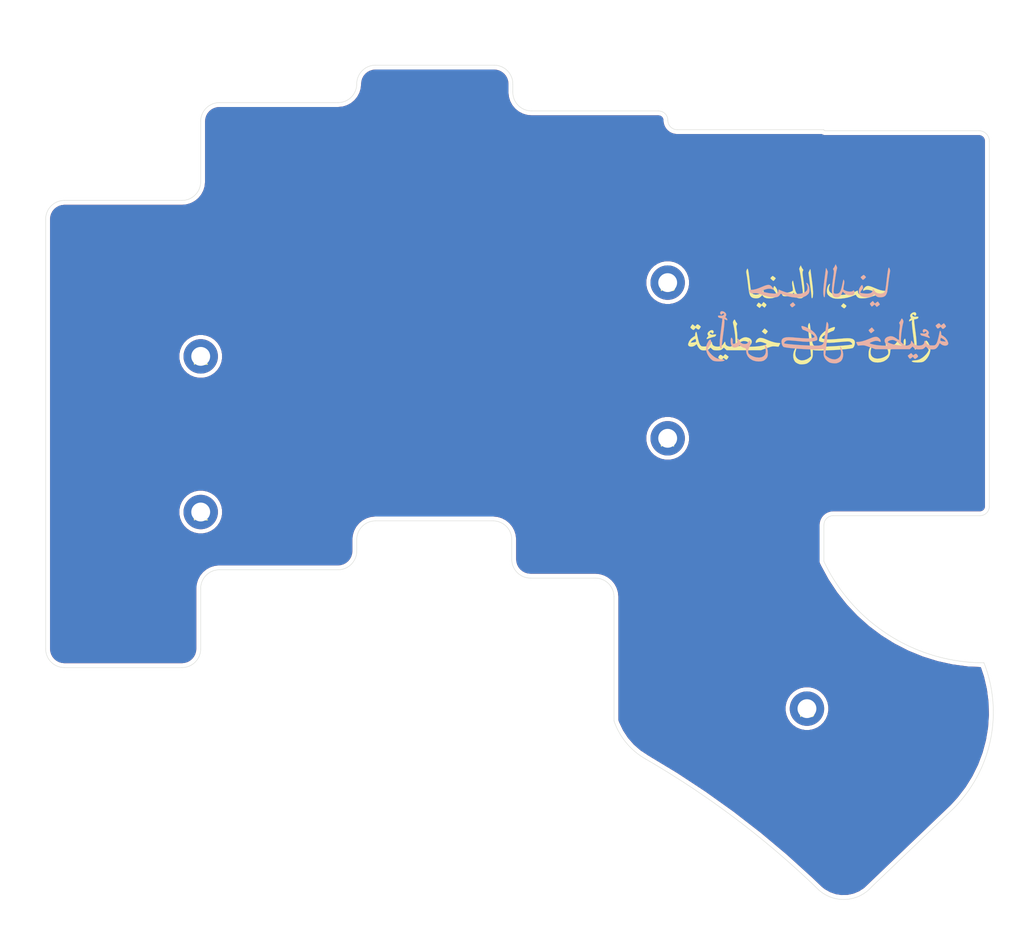
<source format=kicad_pcb>
(kicad_pcb (version 20171130) (host pcbnew 5.1.9)

  (general
    (thickness 1.6)
    (drawings 48)
    (tracks 0)
    (zones 0)
    (modules 9)
    (nets 1)
  )

  (page A4)
  (layers
    (0 F.Cu signal)
    (31 B.Cu signal)
    (32 B.Adhes user)
    (33 F.Adhes user)
    (34 B.Paste user)
    (35 F.Paste user)
    (36 B.SilkS user)
    (37 F.SilkS user)
    (38 B.Mask user)
    (39 F.Mask user)
    (40 Dwgs.User user)
    (41 Cmts.User user)
    (42 Eco1.User user)
    (43 Eco2.User user)
    (44 Edge.Cuts user)
    (45 Margin user)
    (46 B.CrtYd user)
    (47 F.CrtYd user)
    (48 B.Fab user)
    (49 F.Fab user)
  )

  (setup
    (last_trace_width 0.25)
    (trace_clearance 0.2)
    (zone_clearance 0.508)
    (zone_45_only no)
    (trace_min 0.2)
    (via_size 0.8)
    (via_drill 0.4)
    (via_min_size 0.4)
    (via_min_drill 0.3)
    (uvia_size 0.3)
    (uvia_drill 0.1)
    (uvias_allowed no)
    (uvia_min_size 0.2)
    (uvia_min_drill 0.1)
    (edge_width 0.05)
    (segment_width 0.2)
    (pcb_text_width 0.3)
    (pcb_text_size 1.5 1.5)
    (mod_edge_width 0.12)
    (mod_text_size 1 1)
    (mod_text_width 0.15)
    (pad_size 1.7526 2.0574)
    (pad_drill 1.0922)
    (pad_to_mask_clearance 0.051)
    (solder_mask_min_width 0.25)
    (aux_axis_origin 0 0)
    (visible_elements 7FFFFFFF)
    (pcbplotparams
      (layerselection 0x3ffff_ffffffff)
      (usegerberextensions false)
      (usegerberattributes false)
      (usegerberadvancedattributes false)
      (creategerberjobfile false)
      (excludeedgelayer true)
      (linewidth 0.100000)
      (plotframeref false)
      (viasonmask false)
      (mode 1)
      (useauxorigin false)
      (hpglpennumber 1)
      (hpglpenspeed 20)
      (hpglpendiameter 15.000000)
      (psnegative false)
      (psa4output false)
      (plotreference true)
      (plotvalue true)
      (plotinvisibletext false)
      (padsonsilk false)
      (subtractmaskfromsilk false)
      (outputformat 1)
      (mirror false)
      (drillshape 0)
      (scaleselection 1)
      (outputdirectory "gerber/"))
  )

  (net 0 "")

  (net_class Default "This is the default net class."
    (clearance 0.2)
    (trace_width 0.25)
    (via_dia 0.8)
    (via_drill 0.4)
    (uvia_dia 0.3)
    (uvia_drill 0.1)
  )

  (module footprints:rasu-kulli-khatiah (layer B.Cu) (tedit 0) (tstamp 603E5F83)
    (at 115.743 45.873 180)
    (fp_text reference G*** (at 0 0) (layer B.SilkS) hide
      (effects (font (size 1.524 1.524) (thickness 0.3)) (justify mirror))
    )
    (fp_text value LOGO (at 0.75 0) (layer B.SilkS) hide
      (effects (font (size 1.524 1.524) (thickness 0.3)) (justify mirror))
    )
    (fp_poly (pts (xy -0.190731 1.573579) (xy -0.177824 1.562621) (xy -0.165182 1.530989) (xy -0.151077 1.467741)
      (xy -0.13378 1.36194) (xy -0.111563 1.202645) (xy -0.082697 0.978918) (xy -0.045454 0.679819)
      (xy 0.001894 0.294409) (xy 0.019927 0.14727) (xy 0.067443 -0.213275) (xy 0.115062 -0.524506)
      (xy 0.160293 -0.772349) (xy 0.200648 -0.942733) (xy 0.22424 -1.00757) (xy 0.305962 -1.131915)
      (xy 0.413203 -1.219612) (xy 0.563353 -1.276364) (xy 0.773805 -1.307872) (xy 1.061951 -1.319839)
      (xy 1.178577 -1.320471) (xy 1.49995 -1.316625) (xy 1.864699 -1.306063) (xy 2.259743 -1.289741)
      (xy 2.672004 -1.268614) (xy 3.088403 -1.243639) (xy 3.495863 -1.215772) (xy 3.881304 -1.185968)
      (xy 4.231647 -1.155183) (xy 4.533815 -1.124373) (xy 4.774727 -1.094494) (xy 4.941306 -1.066502)
      (xy 5.020474 -1.041354) (xy 5.02262 -1.039512) (xy 5.02657 -0.973654) (xy 4.969251 -0.879345)
      (xy 4.873989 -0.784404) (xy 4.764111 -0.716647) (xy 4.746375 -0.710069) (xy 4.67999 -0.693671)
      (xy 4.591928 -0.683905) (xy 4.471418 -0.681361) (xy 4.307691 -0.686632) (xy 4.089973 -0.700308)
      (xy 3.807496 -0.72298) (xy 3.449487 -0.755239) (xy 3.005176 -0.797677) (xy 2.8194 -0.815817)
      (xy 2.26496 -0.846214) (xy 1.759352 -0.825702) (xy 1.32066 -0.755234) (xy 1.2319 -0.732276)
      (xy 1.078117 -0.684746) (xy 0.99883 -0.63919) (xy 0.969754 -0.57381) (xy 0.966315 -0.49388)
      (xy 1.016129 -0.234097) (xy 1.155829 0.034719) (xy 1.375941 0.300389) (xy 1.666991 0.550732)
      (xy 1.898861 0.704961) (xy 2.097525 0.813253) (xy 2.312933 0.913472) (xy 2.523409 0.997628)
      (xy 2.707277 1.057726) (xy 2.842861 1.085774) (xy 2.906279 1.076441) (xy 2.919443 1.001243)
      (xy 2.889677 0.880088) (xy 2.832853 0.749872) (xy 2.764842 0.647492) (xy 2.705461 0.609601)
      (xy 2.600535 0.584502) (xy 2.433189 0.517326) (xy 2.226904 0.420247) (xy 2.00516 0.305444)
      (xy 1.791436 0.185093) (xy 1.609215 0.071371) (xy 1.481977 -0.023545) (xy 1.478391 -0.026752)
      (xy 1.359715 -0.147492) (xy 1.316051 -0.236609) (xy 1.353624 -0.302135) (xy 1.478659 -0.352098)
      (xy 1.69738 -0.394527) (xy 1.77206 -0.405557) (xy 1.89176 -0.420417) (xy 2.015297 -0.430087)
      (xy 2.154766 -0.434025) (xy 2.322261 -0.431695) (xy 2.529878 -0.422555) (xy 2.789711 -0.406068)
      (xy 3.113855 -0.381694) (xy 3.514404 -0.348895) (xy 4.003453 -0.307129) (xy 4.028321 -0.30498)
      (xy 4.454736 -0.283478) (xy 4.792115 -0.302104) (xy 5.045631 -0.362942) (xy 5.220457 -0.468074)
      (xy 5.321763 -0.619584) (xy 5.354724 -0.819554) (xy 5.354535 -0.839112) (xy 5.327528 -1.052528)
      (xy 5.263776 -1.250015) (xy 5.175545 -1.404266) (xy 5.075099 -1.487977) (xy 5.061076 -1.492435)
      (xy 4.84553 -1.535905) (xy 4.558286 -1.577886) (xy 4.21251 -1.617731) (xy 3.821367 -1.654793)
      (xy 3.398023 -1.688426) (xy 2.955644 -1.717983) (xy 2.507394 -1.742817) (xy 2.06644 -1.762283)
      (xy 1.645947 -1.775733) (xy 1.259081 -1.78252) (xy 0.919007 -1.781999) (xy 0.63889 -1.773523)
      (xy 0.431897 -1.756445) (xy 0.311193 -1.730118) (xy 0.302788 -1.726123) (xy 0.255525 -1.706956)
      (xy 0.227397 -1.723529) (xy 0.214163 -1.793438) (xy 0.211583 -1.934283) (xy 0.214037 -2.094423)
      (xy 0.211195 -2.348892) (xy 0.18755 -2.53891) (xy 0.137867 -2.700422) (xy 0.119582 -2.7432)
      (xy -0.02358 -2.971386) (xy -0.227437 -3.183567) (xy -0.455706 -3.344182) (xy -0.529706 -3.379599)
      (xy -0.716302 -3.433361) (xy -0.948945 -3.468343) (xy -1.182669 -3.480384) (xy -1.372504 -3.465326)
      (xy -1.397 -3.459817) (xy -1.626648 -3.37666) (xy -1.831222 -3.260091) (xy -1.941283 -3.165641)
      (xy -2.082343 -2.939743) (xy -2.162547 -2.656004) (xy -2.179134 -2.339937) (xy -2.12934 -2.017055)
      (xy -2.081687 -1.868805) (xy -1.990908 -1.65873) (xy -1.908298 -1.513394) (xy -1.841944 -1.437028)
      (xy -1.799931 -1.433865) (xy -1.790343 -1.508136) (xy -1.821266 -1.664073) (xy -1.845118 -1.744981)
      (xy -1.917592 -2.062099) (xy -1.91526 -2.331086) (xy -1.837756 -2.572954) (xy -1.8305 -2.587469)
      (xy -1.688368 -2.766097) (xy -1.480399 -2.905049) (xy -1.240268 -2.985156) (xy -1.110782 -2.9972)
      (xy -0.819756 -2.95998) (xy -0.523452 -2.859427) (xy -0.266499 -2.712199) (xy -0.198492 -2.656702)
      (xy 0.003363 -2.474338) (xy -0.028515 -2.164269) (xy -0.042349 -2.034619) (xy -0.065856 -1.819824)
      (xy -0.097281 -1.535691) (xy -0.134869 -1.198031) (xy -0.176862 -0.822652) (xy -0.221506 -0.425363)
      (xy -0.233054 -0.322882) (xy -0.28196 0.114538) (xy -0.319552 0.462957) (xy -0.346496 0.734263)
      (xy -0.36346 0.940348) (xy -0.371111 1.093099) (xy -0.370113 1.204408) (xy -0.361135 1.286164)
      (xy -0.344843 1.350256) (xy -0.329176 1.391618) (xy -0.26951 1.508416) (xy -0.216231 1.571302)
      (xy -0.205631 1.5748) (xy -0.190731 1.573579)) (layer B.SilkS) (width 0.01))
    (fp_poly (pts (xy 11.527378 -0.43829) (xy 11.557553 -0.631074) (xy 11.560716 -0.665863) (xy 11.556443 -0.926272)
      (xy 11.505101 -1.168275) (xy 11.415468 -1.366657) (xy 11.29632 -1.496203) (xy 11.265604 -1.513639)
      (xy 11.069852 -1.554875) (xy 10.851758 -1.518633) (xy 10.645807 -1.411654) (xy 10.613569 -1.386149)
      (xy 10.4648 -1.260968) (xy 10.310822 -1.390531) (xy 10.15332 -1.491377) (xy 9.958057 -1.57532)
      (xy 9.775381 -1.622031) (xy 9.7282 -1.625789) (xy 9.700827 -1.672515) (xy 9.679104 -1.793856)
      (xy 9.668289 -1.95126) (xy 9.612104 -2.308026) (xy 9.467227 -2.617575) (xy 9.23729 -2.875096)
      (xy 8.925927 -3.075778) (xy 8.76774 -3.143463) (xy 8.474072 -3.220659) (xy 8.153936 -3.251276)
      (xy 7.84376 -3.235003) (xy 7.579972 -3.171527) (xy 7.537902 -3.154013) (xy 7.371901 -3.050056)
      (xy 7.216818 -2.90851) (xy 7.182886 -2.867749) (xy 7.101725 -2.745518) (xy 7.053775 -2.61998)
      (xy 7.028151 -2.454065) (xy 7.018325 -2.307261) (xy 7.032845 -1.932054) (xy 7.112549 -1.601035)
      (xy 7.252477 -1.334263) (xy 7.262048 -1.321558) (xy 7.345709 -1.235429) (xy 7.390856 -1.237971)
      (xy 7.394495 -1.322665) (xy 7.35363 -1.482993) (xy 7.346313 -1.504896) (xy 7.265614 -1.854615)
      (xy 7.272502 -2.157671) (xy 7.361289 -2.407689) (xy 7.526291 -2.598293) (xy 7.761823 -2.723107)
      (xy 8.062197 -2.775754) (xy 8.42173 -2.749859) (xy 8.451637 -2.744438) (xy 8.713794 -2.673035)
      (xy 8.969268 -2.56536) (xy 9.189664 -2.436283) (xy 9.346584 -2.300677) (xy 9.378169 -2.259229)
      (xy 9.434927 -2.083281) (xy 9.411824 -1.849229) (xy 9.3086 -1.555454) (xy 9.24285 -1.416954)
      (xy 9.16097 -1.245021) (xy 9.122643 -1.125189) (xy 9.120838 -1.021443) (xy 9.144426 -0.912815)
      (xy 9.188159 -0.787294) (xy 9.231998 -0.716785) (xy 9.244098 -0.7112) (xy 9.299491 -0.749169)
      (xy 9.381056 -0.843602) (xy 9.404793 -0.8763) (xy 9.508943 -1.013636) (xy 9.600344 -1.085298)
      (xy 9.718835 -1.112542) (xy 9.8552 -1.116632) (xy 10.11891 -1.074799) (xy 10.330628 -0.946398)
      (xy 10.493611 -0.729323) (xy 10.513197 -0.690763) (xy 10.584269 -0.557905) (xy 10.642513 -0.4733)
      (xy 10.664065 -0.4572) (xy 10.728894 -0.489382) (xy 10.734196 -0.592147) (xy 10.714955 -0.673805)
      (xy 10.707263 -0.83716) (xy 10.791041 -0.961963) (xy 10.96857 -1.051229) (xy 11.009604 -1.063466)
      (xy 11.18138 -1.095615) (xy 11.277509 -1.067573) (xy 11.310485 -0.969679) (xy 11.300407 -0.838622)
      (xy 11.297254 -0.622301) (xy 11.353358 -0.458054) (xy 11.42589 -0.352391) (xy 11.483693 -0.3456)
      (xy 11.527378 -0.43829)) (layer B.SilkS) (width 0.01))
    (fp_poly (pts (xy 14.123212 -0.602488) (xy 14.236213 -0.732566) (xy 14.26818 -0.777779) (xy 14.446908 -1.103673)
      (xy 14.548378 -1.439884) (xy 14.565279 -1.761335) (xy 14.562531 -1.787609) (xy 14.491139 -2.101735)
      (xy 14.359543 -2.416143) (xy 14.182866 -2.707082) (xy 13.97623 -2.950798) (xy 13.754756 -3.123539)
      (xy 13.691035 -3.156458) (xy 13.520929 -3.205041) (xy 13.285052 -3.235838) (xy 13.017849 -3.24779)
      (xy 12.753764 -3.239837) (xy 12.52724 -3.210919) (xy 12.4587 -3.194365) (xy 12.323582 -3.14041)
      (xy 12.285819 -3.088248) (xy 12.341189 -3.042014) (xy 12.485474 -3.005842) (xy 12.671039 -2.986338)
      (xy 12.955674 -2.951824) (xy 13.195964 -2.88066) (xy 13.341571 -2.814557) (xy 13.596635 -2.657062)
      (xy 13.850311 -2.450409) (xy 14.073885 -2.221513) (xy 14.238644 -1.997293) (xy 14.265676 -1.948283)
      (xy 14.371212 -1.741416) (xy 14.266758 -1.543808) (xy 14.165619 -1.37045) (xy 14.052599 -1.200821)
      (xy 14.035506 -1.177612) (xy 13.954838 -1.049539) (xy 13.929491 -0.928158) (xy 13.942467 -0.783912)
      (xy 13.981261 -0.628068) (xy 14.039869 -0.567624) (xy 14.123212 -0.602488)) (layer B.SilkS) (width 0.01))
    (fp_poly (pts (xy -10.415851 -2.264924) (xy -10.311374 -2.340494) (xy -10.247313 -2.391679) (xy -10.057476 -2.548158)
      (xy -10.146838 -2.700385) (xy -10.242908 -2.846696) (xy -10.322397 -2.907274) (xy -10.409647 -2.889375)
      (xy -10.516704 -2.810676) (xy -10.681575 -2.671946) (xy -10.790996 -2.809173) (xy -10.88092 -2.90737)
      (xy -10.958801 -2.936485) (xy -11.053682 -2.895703) (xy -11.177919 -2.798304) (xy -11.283948 -2.704334)
      (xy -11.322746 -2.640296) (xy -11.305166 -2.571119) (xy -11.268304 -2.506204) (xy -11.165266 -2.361823)
      (xy -11.069175 -2.307999) (xy -10.957751 -2.337984) (xy -10.880514 -2.388746) (xy -10.721489 -2.506319)
      (xy -10.614858 -2.370759) (xy -10.533218 -2.278976) (xy -10.476135 -2.235699) (xy -10.472688 -2.2352)
      (xy -10.415851 -2.264924)) (layer B.SilkS) (width 0.01))
    (fp_poly (pts (xy -9.282054 1.947216) (xy -9.249526 1.869026) (xy -9.176158 1.71699) (xy -9.088192 1.59487)
      (xy -9.020378 1.508916) (xy -9.016479 1.432921) (xy -9.05994 1.336) (xy -9.093748 1.256967)
      (xy -9.109568 1.169212) (xy -9.107407 1.048426) (xy -9.087277 0.870297) (xy -9.060193 0.683116)
      (xy -9.027098 0.402006) (xy -9.005541 0.09578) (xy -8.998924 -0.181896) (xy -9.000567 -0.257305)
      (xy -9.017 -0.692411) (xy -8.724471 -0.477003) (xy -8.450598 -0.297675) (xy -8.213597 -0.195338)
      (xy -7.993321 -0.162893) (xy -7.863457 -0.173593) (xy -7.579976 -0.25279) (xy -7.377633 -0.380764)
      (xy -7.260634 -0.547876) (xy -7.233183 -0.744482) (xy -7.299487 -0.960941) (xy -7.43499 -1.155954)
      (xy -7.592043 -1.334828) (xy -6.907522 -1.307317) (xy -6.575372 -1.28496) (xy -6.250788 -1.246861)
      (xy -5.952967 -1.196749) (xy -5.701106 -1.138351) (xy -5.514403 -1.075395) (xy -5.418163 -1.01813)
      (xy -5.437376 -0.981008) (xy -5.531124 -0.926792) (xy -5.67585 -0.864848) (xy -5.847995 -0.804542)
      (xy -6.024001 -0.75524) (xy -6.137268 -0.732231) (xy -6.391522 -0.740805) (xy -6.523946 -0.782515)
      (xy -6.662661 -0.839306) (xy -6.731238 -0.854003) (xy -6.754284 -0.821208) (xy -6.756403 -0.735525)
      (xy -6.7564 -0.73152) (xy -6.713926 -0.593921) (xy -6.606318 -0.449218) (xy -6.463299 -0.326705)
      (xy -6.314591 -0.255674) (xy -6.266181 -0.248376) (xy -6.10886 -0.247773) (xy -5.966266 -0.264019)
      (xy -5.812054 -0.303989) (xy -5.619879 -0.374555) (xy -5.363396 -0.48259) (xy -5.355742 -0.485914)
      (xy -4.887964 -0.669505) (xy -4.469023 -0.793919) (xy -4.110303 -0.856047) (xy -3.9751 -0.862849)
      (xy -3.843183 -0.86906) (xy -3.766811 -0.883791) (xy -3.7592 -0.891023) (xy -3.780313 -0.949078)
      (xy -3.833472 -1.063006) (xy -3.861013 -1.118017) (xy -3.962826 -1.317586) (xy -4.356313 -1.287697)
      (xy -4.516367 -1.27755) (xy -4.648219 -1.277929) (xy -4.775487 -1.293585) (xy -4.921789 -1.329267)
      (xy -5.110742 -1.389724) (xy -5.365964 -1.479706) (xy -5.4356 -1.504746) (xy -6.1214 -1.751684)
      (xy -8.214078 -1.752142) (xy -10.306755 -1.7526) (xy -10.648931 -1.420952) (xy -10.765083 -1.544591)
      (xy -10.914564 -1.669554) (xy -11.092148 -1.743334) (xy -11.322479 -1.772975) (xy -11.553784 -1.770027)
      (xy -11.755959 -1.756035) (xy -11.889354 -1.731726) (xy -11.986789 -1.686102) (xy -12.081081 -1.608168)
      (xy -12.1049 -1.585365) (xy -12.275603 -1.419913) (xy -12.373382 -1.527957) (xy -12.555607 -1.675665)
      (xy -12.783818 -1.756211) (xy -13.045565 -1.778) (xy -13.26366 -1.764026) (xy -13.426255 -1.715085)
      (xy -13.517988 -1.662639) (xy -13.643425 -1.546934) (xy -13.766844 -1.383074) (xy -13.800878 -1.323573)
      (xy -9.3726 -1.323573) (xy -9.0932 -1.291544) (xy -8.895987 -1.264439) (xy -8.653777 -1.224916)
      (xy -8.4328 -1.184173) (xy -8.204982 -1.131264) (xy -7.978804 -1.065977) (xy -7.808908 -1.004674)
      (xy -7.669691 -0.941501) (xy -7.609671 -0.897142) (xy -7.613666 -0.852793) (xy -7.649951 -0.807771)
      (xy -7.80363 -0.70072) (xy -8.014329 -0.634181) (xy -8.241665 -0.619775) (xy -8.287233 -0.624393)
      (xy -8.49259 -0.687305) (xy -8.740956 -0.821368) (xy -9.014732 -1.016192) (xy -9.1694 -1.145162)
      (xy -9.3726 -1.323573) (xy -13.800878 -1.323573) (xy -13.8176 -1.294339) (xy -13.889515 -1.151826)
      (xy -13.94115 -1.050834) (xy -13.957501 -1.020033) (xy -13.998572 -1.035298) (xy -14.080238 -1.101579)
      (xy -14.084501 -1.105549) (xy -14.259936 -1.228788) (xy -14.452083 -1.299134) (xy -14.641911 -1.319241)
      (xy -14.810393 -1.291765) (xy -14.9385 -1.219361) (xy -15.007203 -1.104682) (xy -15.004966 -0.977126)
      (xy -14.946274 -0.827201) (xy -14.703155 -0.827201) (xy -14.41099 -0.802973) (xy -14.241654 -0.780342)
      (xy -14.111374 -0.747383) (xy -14.061837 -0.721756) (xy -14.030078 -0.622468) (xy -14.050925 -0.507376)
      (xy -14.097 -0.349984) (xy -14.320243 -0.468354) (xy -14.470446 -0.563721) (xy -14.59077 -0.667233)
      (xy -14.62332 -0.706963) (xy -14.703155 -0.827201) (xy -14.946274 -0.827201) (xy -14.874901 -0.644887)
      (xy -14.662563 -0.357236) (xy -14.384098 -0.134688) (xy -14.309352 -0.09331) (xy -14.1802 -0.011585)
      (xy -14.139737 0.060755) (xy -14.144967 0.087136) (xy -14.150885 0.180342) (xy -14.127508 0.306437)
      (xy -14.086426 0.426107) (xy -14.03923 0.500038) (xy -14.020897 0.508) (xy -13.983311 0.463862)
      (xy -13.948935 0.356257) (xy -13.946218 0.3429) (xy -13.851775 -0.121004) (xy -13.765035 -0.491222)
      (xy -13.683814 -0.775183) (xy -13.60593 -0.980319) (xy -13.529197 -1.11406) (xy -13.511846 -1.135097)
      (xy -13.428901 -1.219776) (xy -13.349011 -1.267808) (xy -13.240066 -1.289484) (xy -13.069954 -1.295095)
      (xy -13.012297 -1.295192) (xy -12.739185 -1.274991) (xy -12.538758 -1.206732) (xy -12.388698 -1.078376)
      (xy -12.276717 -0.898421) (xy -12.194697 -0.761877) (xy -12.133313 -0.717831) (xy -12.097549 -0.767517)
      (xy -12.0904 -0.852296) (xy -12.045917 -1.044916) (xy -11.918573 -1.189321) (xy -11.717531 -1.280361)
      (xy -11.451949 -1.312889) (xy -11.285978 -1.30442) (xy -11.018014 -1.247195) (xy -10.820874 -1.131129)
      (xy -10.674941 -0.943678) (xy -10.651117 -0.898421) (xy -10.569376 -0.762585) (xy -10.507549 -0.717209)
      (xy -10.471552 -0.7641) (xy -10.4648 -0.841539) (xy -10.423347 -1.041279) (xy -10.296742 -1.187101)
      (xy -10.182943 -1.2489) (xy -9.980437 -1.312286) (xy -9.809039 -1.307676) (xy -9.638843 -1.228745)
      (xy -9.473089 -1.098761) (xy -9.220759 -0.876722) (xy -9.227475 -0.476461) (xy -9.242106 -0.194509)
      (xy -9.274828 0.145858) (xy -9.321048 0.511174) (xy -9.376173 0.867976) (xy -9.435608 1.182797)
      (xy -9.481966 1.377544) (xy -9.523902 1.54686) (xy -9.534044 1.657994) (xy -9.512167 1.749339)
      (xy -9.47936 1.818823) (xy -9.39701 1.955725) (xy -9.334612 1.997786) (xy -9.282054 1.947216)) (layer B.SilkS) (width 0.01))
    (fp_poly (pts (xy 12.744747 2.857835) (xy 12.799812 2.79734) (xy 12.846996 2.679146) (xy 12.826464 2.58439)
      (xy 12.776835 2.51161) (xy 12.719177 2.446934) (xy 12.673458 2.455156) (xy 12.609647 2.529778)
      (xy 12.505016 2.614433) (xy 12.431212 2.613243) (xy 12.354419 2.559856) (xy 12.368048 2.483843)
      (xy 12.429677 2.41118) (xy 12.50839 2.360958) (xy 12.629449 2.341574) (xy 12.810677 2.347293)
      (xy 12.980094 2.35492) (xy 13.070546 2.343707) (xy 13.103614 2.309406) (xy 13.105622 2.289242)
      (xy 13.080382 2.178488) (xy 12.994481 2.104902) (xy 12.828697 2.053203) (xy 12.8016 2.047559)
      (xy 12.573 2.001605) (xy 12.588364 1.775503) (xy 12.59963 1.659298) (xy 12.622564 1.460563)
      (xy 12.654919 1.197413) (xy 12.694447 0.88796) (xy 12.738901 0.550318) (xy 12.758238 0.4064)
      (xy 12.828793 -0.170941) (xy 12.872069 -0.656457) (xy 12.888085 -1.049063) (xy 12.876862 -1.347676)
      (xy 12.838419 -1.55121) (xy 12.772777 -1.658583) (xy 12.719964 -1.6764) (xy 12.671373 -1.638302)
      (xy 12.650577 -1.516454) (xy 12.6492 -1.453279) (xy 12.642393 -1.343085) (xy 12.62323 -1.148407)
      (xy 12.593592 -0.885359) (xy 12.555362 -0.570052) (xy 12.510423 -0.218602) (xy 12.46668 0.108821)
      (xy 12.41032 0.539954) (xy 12.365268 0.921325) (xy 12.332661 1.241355) (xy 12.313636 1.488467)
      (xy 12.309331 1.651081) (xy 12.31164 1.68702) (xy 12.33912 1.926239) (xy 12.164598 1.843015)
      (xy 12.045754 1.796074) (xy 11.969987 1.784068) (xy 11.962135 1.787731) (xy 11.956446 1.855337)
      (xy 12.000954 1.95688) (xy 12.073618 2.054853) (xy 12.152394 2.111753) (xy 12.152619 2.111825)
      (xy 12.218859 2.143278) (xy 12.203593 2.19238) (xy 12.170309 2.231101) (xy 12.102254 2.3731)
      (xy 12.105098 2.537049) (xy 12.155515 2.643932) (xy 12.299022 2.780005) (xy 12.461453 2.864916)
      (xy 12.618222 2.892811) (xy 12.744747 2.857835)) (layer B.SilkS) (width 0.01))
    (fp_poly (pts (xy -12.004095 0.690221) (xy -11.91429 0.603891) (xy -11.8872 0.478661) (xy -11.921423 0.359026)
      (xy -11.965652 0.302932) (xy -12.033838 0.268764) (xy -12.09502 0.312673) (xy -12.121058 0.34769)
      (xy -12.193989 0.422486) (xy -12.273802 0.415838) (xy -12.300821 0.402536) (xy -12.370233 0.357296)
      (xy -12.365442 0.309839) (xy -12.310515 0.24421) (xy -12.244012 0.187154) (xy -12.157607 0.160441)
      (xy -12.02035 0.158192) (xy -11.8999 0.166203) (xy -11.735669 0.176931) (xy -11.620959 0.17992)
      (xy -11.5824 0.175258) (xy -11.616266 0.049943) (xy -11.697267 -0.056105) (xy -11.794509 -0.102847)
      (xy -11.797043 -0.102911) (xy -11.898947 -0.120632) (xy -12.065226 -0.166044) (xy -12.265742 -0.229557)
      (xy -12.470358 -0.301579) (xy -12.648937 -0.372517) (xy -12.6619 -0.378168) (xy -12.734103 -0.387119)
      (xy -12.7508 -0.333209) (xy -12.715761 -0.242667) (xy -12.630845 -0.138066) (xy -12.625036 -0.132594)
      (xy -12.544024 -0.046269) (xy -12.533804 0.017102) (xy -12.57262 0.080881) (xy -12.639031 0.217427)
      (xy -12.618807 0.351687) (xy -12.508106 0.500485) (xy -12.467783 0.540102) (xy -12.299556 0.660307)
      (xy -12.138755 0.709687) (xy -12.004095 0.690221)) (layer B.SilkS) (width 0.01))
    (fp_poly (pts (xy -5.482083 0.752422) (xy -5.367793 0.653555) (xy -5.295878 0.577841) (xy -5.2832 0.554196)
      (xy -5.313694 0.492243) (xy -5.386776 0.394182) (xy -5.474851 0.292598) (xy -5.550323 0.220075)
      (xy -5.579816 0.203956) (xy -5.634711 0.234592) (xy -5.738104 0.312059) (xy -5.811004 0.371898)
      (xy -6.008607 0.539085) (xy -5.680965 0.912249) (xy -5.482083 0.752422)) (layer B.SilkS) (width 0.01))
    (fp_poly (pts (xy -14.296916 1.289451) (xy -14.121593 1.155726) (xy -14.01671 1.289063) (xy -13.92477 1.385937)
      (xy -13.839641 1.41058) (xy -13.734458 1.361805) (xy -13.620698 1.271591) (xy -13.449196 1.124911)
      (xy -13.561341 0.943456) (xy -13.651234 0.815709) (xy -13.730192 0.771712) (xy -13.830442 0.805302)
      (xy -13.93183 0.872593) (xy -14.087143 0.983186) (xy -14.19558 0.847193) (xy -14.284811 0.74977)
      (xy -14.361688 0.722316) (xy -14.456396 0.765243) (xy -14.567358 0.852267) (xy -14.669717 0.94781)
      (xy -14.727596 1.021272) (xy -14.732458 1.036605) (xy -14.703701 1.102595) (xy -14.632315 1.212058)
      (xy -14.602119 1.252893) (xy -14.472238 1.423176) (xy -14.296916 1.289451)) (layer B.SilkS) (width 0.01))
  )

  (module footprints:hubb-ud-dunya (layer B.Cu) (tedit 0) (tstamp 603E5F79)
    (at 115.743 39.873 180)
    (fp_text reference G*** (at 0 0) (layer B.SilkS) hide
      (effects (font (size 1.524 1.524) (thickness 0.3)) (justify mirror))
    )
    (fp_text value LOGO (at 0.75 0) (layer B.SilkS) hide
      (effects (font (size 1.524 1.524) (thickness 0.3)) (justify mirror))
    )
    (fp_poly (pts (xy 4.132347 -2.156454) (xy 4.243147 -2.248509) (xy 4.309543 -2.318236) (xy 4.318 -2.335978)
      (xy 4.285347 -2.411533) (xy 4.208673 -2.511188) (xy 4.119905 -2.5991) (xy 4.05097 -2.639424)
      (xy 4.047612 -2.639535) (xy 3.974778 -2.607426) (xy 3.863213 -2.529286) (xy 3.818504 -2.492632)
      (xy 3.649208 -2.347795) (xy 3.797951 -2.181322) (xy 3.946694 -2.01485) (xy 4.132347 -2.156454)) (layer B.SilkS) (width 0.01))
    (fp_poly (pts (xy -5.62152 -2.010407) (xy -5.513494 -2.109985) (xy -5.448069 -2.1889) (xy -5.43952 -2.2098)
      (xy -5.466545 -2.279593) (xy -5.537578 -2.386794) (xy -5.55546 -2.409767) (xy -5.674815 -2.558935)
      (xy -5.845813 -2.425108) (xy -6.016812 -2.291282) (xy -6.2738 -2.594508) (xy -6.4643 -2.45754)
      (xy -6.577663 -2.368951) (xy -6.645869 -2.301981) (xy -6.6548 -2.284737) (xy -6.626825 -2.224103)
      (xy -6.558063 -2.12154) (xy -6.543748 -2.10235) (xy -6.466735 -2.000578) (xy -6.421032 -1.939919)
      (xy -6.418131 -1.936015) (xy -6.373272 -1.951536) (xy -6.277232 -2.013807) (xy -6.227956 -2.050176)
      (xy -6.052346 -2.18412) (xy -5.926225 -2.022968) (xy -5.800104 -1.861815) (xy -5.62152 -2.010407)) (layer B.SilkS) (width 0.01))
    (fp_poly (pts (xy 2.317262 0.31814) (xy 2.29005 0.216083) (xy 2.256141 0.144421) (xy 2.183959 -0.074306)
      (xy 2.172768 -0.308005) (xy 2.22197 -0.517521) (xy 2.267473 -0.598844) (xy 2.452795 -0.771702)
      (xy 2.716494 -0.898896) (xy 3.045794 -0.979634) (xy 3.427917 -1.013125) (xy 3.850087 -0.998578)
      (xy 4.299528 -0.935201) (xy 4.763462 -0.822202) (xy 4.944964 -0.764716) (xy 5.158929 -0.689045)
      (xy 5.355156 -0.613832) (xy 5.498827 -0.552574) (xy 5.523975 -0.540238) (xy 5.647946 -0.478518)
      (xy 5.705746 -0.470987) (xy 5.722573 -0.527408) (xy 5.723466 -0.617516) (xy 5.767989 -0.789409)
      (xy 5.846233 -0.877816) (xy 5.913129 -0.923524) (xy 5.992076 -0.950531) (xy 6.106544 -0.961496)
      (xy 6.280003 -0.959079) (xy 6.477 -0.949298) (xy 6.73603 -0.925363) (xy 7.007075 -0.884579)
      (xy 7.266711 -0.832204) (xy 7.491514 -0.773495) (xy 7.658062 -0.713712) (xy 7.735544 -0.666775)
      (xy 7.721468 -0.625186) (xy 7.630641 -0.569427) (xy 7.485402 -0.507769) (xy 7.308091 -0.448483)
      (xy 7.121049 -0.399843) (xy 6.946613 -0.370119) (xy 6.929809 -0.36842) (xy 6.685331 -0.371484)
      (xy 6.510709 -0.427503) (xy 6.40397 -0.478738) (xy 6.359506 -0.477544) (xy 6.350078 -0.419551)
      (xy 6.35 -0.401728) (xy 6.384437 -0.306007) (xy 6.472752 -0.178199) (xy 6.547223 -0.095623)
      (xy 6.681878 0.019317) (xy 6.81924 0.085661) (xy 6.976533 0.102824) (xy 7.170984 0.070222)
      (xy 7.419816 -0.012732) (xy 7.714451 -0.135282) (xy 8.124375 -0.303332) (xy 8.469684 -0.417913)
      (xy 8.768781 -0.484133) (xy 9.040068 -0.507095) (xy 9.0551 -0.507206) (xy 9.215845 -0.518659)
      (xy 9.286442 -0.562116) (xy 9.275284 -0.653281) (xy 9.204125 -0.786064) (xy 9.15506 -0.86048)
      (xy 9.102731 -0.904344) (xy 9.021913 -0.924445) (xy 8.887383 -0.927572) (xy 8.700767 -0.921531)
      (xy 8.529631 -0.917828) (xy 8.38375 -0.924561) (xy 8.238619 -0.946682) (xy 8.069736 -0.989138)
      (xy 7.852598 -1.05688) (xy 7.587183 -1.146462) (xy 7.271658 -1.250897) (xy 7.021716 -1.323316)
      (xy 6.808913 -1.370194) (xy 6.604803 -1.398002) (xy 6.424274 -1.411101) (xy 6.127294 -1.41632)
      (xy 5.906935 -1.389356) (xy 5.740639 -1.320071) (xy 5.605846 -1.198328) (xy 5.48 -1.013987)
      (xy 5.45871 -0.977168) (xy 5.412658 -0.989344) (xy 5.30059 -1.034518) (xy 5.17208 -1.091464)
      (xy 4.834374 -1.220825) (xy 4.451615 -1.325544) (xy 4.046778 -1.402935) (xy 3.642833 -1.450314)
      (xy 3.262755 -1.464997) (xy 2.929516 -1.444298) (xy 2.66609 -1.385535) (xy 2.663493 -1.384604)
      (xy 2.3372 -1.226646) (xy 2.09364 -1.019293) (xy 2.020744 -0.923372) (xy 1.950441 -0.739141)
      (xy 1.930011 -0.501745) (xy 1.954623 -0.243584) (xy 2.019451 0.002944) (xy 2.119665 0.205441)
      (xy 2.202976 0.29934) (xy 2.287336 0.34852) (xy 2.317262 0.31814)) (layer B.SilkS) (width 0.01))
    (fp_poly (pts (xy -7.724269 2.1844) (xy -7.690667 2.086201) (xy -7.652372 1.90354) (xy -7.608828 1.632758)
      (xy -7.559481 1.270196) (xy -7.503776 0.812195) (xy -7.466238 0.4826) (xy -7.43018 0.176614)
      (xy -7.39344 -0.10495) (xy -7.358894 -0.342145) (xy -7.329419 -0.515025) (xy -7.310635 -0.596105)
      (xy -7.205679 -0.790615) (xy -7.037939 -0.911289) (xy -6.800194 -0.962633) (xy -6.719127 -0.9652)
      (xy -6.412088 -0.929551) (xy -6.173957 -0.821255) (xy -6.000598 -0.638289) (xy -5.979204 -0.603018)
      (xy -5.888087 -0.4617) (xy -5.828516 -0.415177) (xy -5.79751 -0.462691) (xy -5.7912 -0.555171)
      (xy -5.74424 -0.731293) (xy -5.607561 -0.866329) (xy -5.50061 -0.918654) (xy -5.369293 -0.947483)
      (xy -5.18518 -0.961166) (xy -4.971528 -0.96133) (xy -4.751593 -0.949598) (xy -4.548632 -0.927597)
      (xy -4.385902 -0.89695) (xy -4.286659 -0.859283) (xy -4.267201 -0.832472) (xy -4.297798 -0.744569)
      (xy -4.375068 -0.616354) (xy -4.477232 -0.482593) (xy -4.507937 -0.448231) (xy -4.59008 -0.342452)
      (xy -4.610281 -0.241414) (xy -4.589647 -0.121937) (xy -4.547659 0.005173) (xy -4.500303 0.080483)
      (xy -4.490114 0.086563) (xy -4.428549 0.059007) (xy -4.342399 -0.035784) (xy -4.249061 -0.172526)
      (xy -4.165929 -0.325934) (xy -4.112961 -0.461621) (xy -4.082944 -0.690303) (xy -4.112393 -0.921958)
      (xy -4.194068 -1.117866) (xy -4.248562 -1.186707) (xy -4.431671 -1.305734) (xy -4.69674 -1.384847)
      (xy -5.030904 -1.420617) (xy -5.132918 -1.4224) (xy -5.439157 -1.392201) (xy -5.684318 -1.305114)
      (xy -5.854741 -1.166399) (xy -5.876708 -1.135924) (xy -5.954606 -1.017036) (xy -6.095542 -1.167909)
      (xy -6.223004 -1.280705) (xy -6.35378 -1.36255) (xy -6.372746 -1.37059) (xy -6.580307 -1.413906)
      (xy -6.824594 -1.414573) (xy -7.053809 -1.374783) (xy -7.152303 -1.337631) (xy -7.276184 -1.262275)
      (xy -7.375831 -1.163038) (xy -7.455981 -1.026748) (xy -7.521375 -0.840235) (xy -7.57675 -0.590328)
      (xy -7.626846 -0.263855) (xy -7.671113 0.104323) (xy -7.709933 0.437373) (xy -7.751835 0.768324)
      (xy -7.793245 1.070805) (xy -7.830589 1.318442) (xy -7.853859 1.452737) (xy -7.891558 1.663017)
      (xy -7.906942 1.805414) (xy -7.899785 1.911217) (xy -7.869857 2.011715) (xy -7.849406 2.062337)
      (xy -7.79155 2.180843) (xy -7.750193 2.211639) (xy -7.724269 2.1844)) (layer B.SilkS) (width 0.01))
    (fp_poly (pts (xy -1.168024 2.412576) (xy -1.094963 2.268944) (xy -1.018843 2.160102) (xy -0.999235 2.140767)
      (xy -0.947949 2.083867) (xy -0.951172 2.016344) (xy -0.994991 1.921911) (xy -1.021356 1.861688)
      (xy -1.037086 1.792082) (xy -1.04135 1.697492) (xy -1.033319 1.562312) (xy -1.012163 1.370938)
      (xy -0.977051 1.107767) (xy -0.936499 0.822121) (xy -0.866197 0.288425) (xy -0.822698 -0.155592)
      (xy -0.80646 -0.518376) (xy -0.817943 -0.808373) (xy -0.857606 -1.034029) (xy -0.925908 -1.20379)
      (xy -1.023307 -1.326103) (xy -1.054639 -1.352078) (xy -1.19892 -1.409435) (xy -1.39026 -1.421288)
      (xy -1.586143 -1.390072) (xy -1.74405 -1.318225) (xy -1.752115 -1.312106) (xy -1.857021 -1.199445)
      (xy -1.963037 -1.039638) (xy -2.005018 -0.958588) (xy -2.117705 -0.715363) (xy -2.281113 -0.883957)
      (xy -2.490645 -1.043077) (xy -2.753585 -1.136084) (xy -3.085395 -1.168285) (xy -3.109521 -1.1684)
      (xy -3.30315 -1.156222) (xy -3.424395 -1.11511) (xy -3.471927 -1.075499) (xy -3.537016 -0.941744)
      (xy -3.552884 -0.772674) (xy -3.515036 -0.624201) (xy -3.509033 -0.614061) (xy -3.462745 -0.570921)
      (xy -3.401713 -0.605031) (xy -3.379182 -0.626761) (xy -3.297925 -0.682333) (xy -3.178483 -0.711425)
      (xy -2.997116 -0.71783) (xy -2.8448 -0.712158) (xy -2.690873 -0.686321) (xy -2.515177 -0.631837)
      (xy -2.35303 -0.562572) (xy -2.239754 -0.492391) (xy -2.214429 -0.464689) (xy -2.208165 -0.392962)
      (xy -2.220216 -0.247809) (xy -2.247996 -0.055233) (xy -2.264262 0.036367) (xy -2.304641 0.27674)
      (xy -2.319489 0.444074) (xy -2.309896 0.563383) (xy -2.290167 0.629346) (xy -2.244844 0.725002)
      (xy -2.213658 0.757128) (xy -2.212577 0.756311) (xy -2.195322 0.701798) (xy -2.162599 0.567416)
      (xy -2.118977 0.372905) (xy -2.069023 0.138) (xy -2.064909 0.118144) (xy -1.981527 -0.251446)
      (xy -1.899442 -0.531069) (xy -1.811205 -0.73198) (xy -1.709365 -0.865436) (xy -1.586475 -0.942691)
      (xy -1.435085 -0.975002) (xy -1.339621 -0.977736) (xy -1.199922 -0.971953) (xy -1.101008 -0.950126)
      (xy -1.038479 -0.898211) (xy -1.007934 -0.802163) (xy -1.004974 -0.647938) (xy -1.025198 -0.421492)
      (xy -1.064208 -0.10878) (xy -1.065143 -0.1016) (xy -1.122092 0.320982) (xy -1.1805 0.727917)
      (xy -1.23818 1.106007) (xy -1.292947 1.442056) (xy -1.342612 1.722865) (xy -1.384989 1.935238)
      (xy -1.417891 2.065976) (xy -1.429087 2.094778) (xy -1.44206 2.196059) (xy -1.390684 2.347682)
      (xy -1.365329 2.399578) (xy -1.254655 2.6162) (xy -1.168024 2.412576)) (layer B.SilkS) (width 0.01))
    (fp_poly (pts (xy -0.076554 2.13829) (xy -0.064826 2.0574) (xy -0.05314 1.964112) (xy -0.030128 1.786709)
      (xy 0.002028 1.541775) (xy 0.041147 1.245892) (xy 0.085046 0.915645) (xy 0.108202 0.742107)
      (xy 0.176036 0.198339) (xy 0.221376 -0.250036) (xy 0.24453 -0.606634) (xy 0.246085 -0.868311)
      (xy 0.226533 -1.132913) (xy 0.192813 -1.311937) (xy 0.146495 -1.400287) (xy 0.089151 -1.392863)
      (xy 0.085513 -1.38938) (xy 0.062459 -1.319632) (xy 0.051314 -1.193971) (xy 0.051117 -1.172633)
      (xy 0.044513 -1.074295) (xy 0.025744 -0.890741) (xy -0.003361 -0.63739) (xy -0.040972 -0.329656)
      (xy -0.08526 0.017044) (xy -0.131182 0.363503) (xy -0.3138 1.717605) (xy -0.198143 1.963703)
      (xy -0.131229 2.102566) (xy -0.09479 2.157886) (xy -0.076554 2.13829)) (layer B.SilkS) (width 0.01))
    (fp_poly (pts (xy -4.624962 1.290804) (xy -4.519574 1.215365) (xy -4.472849 1.177614) (xy -4.301335 1.034428)
      (xy -4.420821 0.872814) (xy -4.510325 0.769557) (xy -4.583966 0.714177) (xy -4.596989 0.7112)
      (xy -4.663994 0.745146) (xy -4.766497 0.8307) (xy -4.812608 0.8763) (xy -4.971547 1.0414)
      (xy -4.85041 1.1811) (xy -4.759846 1.273291) (xy -4.693607 1.319539) (xy -4.686818 1.3208)
      (xy -4.624962 1.290804)) (layer B.SilkS) (width 0.01))
  )

  (module footprints:rasu-kulli-khatiah (layer F.Cu) (tedit 0) (tstamp 603E5F08)
    (at 114 46)
    (fp_text reference G*** (at 0 0) (layer F.SilkS) hide
      (effects (font (size 1.524 1.524) (thickness 0.3)))
    )
    (fp_text value LOGO (at 0.75 0) (layer F.SilkS) hide
      (effects (font (size 1.524 1.524) (thickness 0.3)))
    )
    (fp_poly (pts (xy -14.296916 -1.289451) (xy -14.121593 -1.155726) (xy -14.01671 -1.289063) (xy -13.92477 -1.385937)
      (xy -13.839641 -1.41058) (xy -13.734458 -1.361805) (xy -13.620698 -1.271591) (xy -13.449196 -1.124911)
      (xy -13.561341 -0.943456) (xy -13.651234 -0.815709) (xy -13.730192 -0.771712) (xy -13.830442 -0.805302)
      (xy -13.93183 -0.872593) (xy -14.087143 -0.983186) (xy -14.19558 -0.847193) (xy -14.284811 -0.74977)
      (xy -14.361688 -0.722316) (xy -14.456396 -0.765243) (xy -14.567358 -0.852267) (xy -14.669717 -0.94781)
      (xy -14.727596 -1.021272) (xy -14.732458 -1.036605) (xy -14.703701 -1.102595) (xy -14.632315 -1.212058)
      (xy -14.602119 -1.252893) (xy -14.472238 -1.423176) (xy -14.296916 -1.289451)) (layer F.SilkS) (width 0.01))
    (fp_poly (pts (xy -5.482083 -0.752422) (xy -5.367793 -0.653555) (xy -5.295878 -0.577841) (xy -5.2832 -0.554196)
      (xy -5.313694 -0.492243) (xy -5.386776 -0.394182) (xy -5.474851 -0.292598) (xy -5.550323 -0.220075)
      (xy -5.579816 -0.203956) (xy -5.634711 -0.234592) (xy -5.738104 -0.312059) (xy -5.811004 -0.371898)
      (xy -6.008607 -0.539085) (xy -5.680965 -0.912249) (xy -5.482083 -0.752422)) (layer F.SilkS) (width 0.01))
    (fp_poly (pts (xy -12.004095 -0.690221) (xy -11.91429 -0.603891) (xy -11.8872 -0.478661) (xy -11.921423 -0.359026)
      (xy -11.965652 -0.302932) (xy -12.033838 -0.268764) (xy -12.09502 -0.312673) (xy -12.121058 -0.34769)
      (xy -12.193989 -0.422486) (xy -12.273802 -0.415838) (xy -12.300821 -0.402536) (xy -12.370233 -0.357296)
      (xy -12.365442 -0.309839) (xy -12.310515 -0.24421) (xy -12.244012 -0.187154) (xy -12.157607 -0.160441)
      (xy -12.02035 -0.158192) (xy -11.8999 -0.166203) (xy -11.735669 -0.176931) (xy -11.620959 -0.17992)
      (xy -11.5824 -0.175258) (xy -11.616266 -0.049943) (xy -11.697267 0.056105) (xy -11.794509 0.102847)
      (xy -11.797043 0.102911) (xy -11.898947 0.120632) (xy -12.065226 0.166044) (xy -12.265742 0.229557)
      (xy -12.470358 0.301579) (xy -12.648937 0.372517) (xy -12.6619 0.378168) (xy -12.734103 0.387119)
      (xy -12.7508 0.333209) (xy -12.715761 0.242667) (xy -12.630845 0.138066) (xy -12.625036 0.132594)
      (xy -12.544024 0.046269) (xy -12.533804 -0.017102) (xy -12.57262 -0.080881) (xy -12.639031 -0.217427)
      (xy -12.618807 -0.351687) (xy -12.508106 -0.500485) (xy -12.467783 -0.540102) (xy -12.299556 -0.660307)
      (xy -12.138755 -0.709687) (xy -12.004095 -0.690221)) (layer F.SilkS) (width 0.01))
    (fp_poly (pts (xy 12.744747 -2.857835) (xy 12.799812 -2.79734) (xy 12.846996 -2.679146) (xy 12.826464 -2.58439)
      (xy 12.776835 -2.51161) (xy 12.719177 -2.446934) (xy 12.673458 -2.455156) (xy 12.609647 -2.529778)
      (xy 12.505016 -2.614433) (xy 12.431212 -2.613243) (xy 12.354419 -2.559856) (xy 12.368048 -2.483843)
      (xy 12.429677 -2.41118) (xy 12.50839 -2.360958) (xy 12.629449 -2.341574) (xy 12.810677 -2.347293)
      (xy 12.980094 -2.35492) (xy 13.070546 -2.343707) (xy 13.103614 -2.309406) (xy 13.105622 -2.289242)
      (xy 13.080382 -2.178488) (xy 12.994481 -2.104902) (xy 12.828697 -2.053203) (xy 12.8016 -2.047559)
      (xy 12.573 -2.001605) (xy 12.588364 -1.775503) (xy 12.59963 -1.659298) (xy 12.622564 -1.460563)
      (xy 12.654919 -1.197413) (xy 12.694447 -0.88796) (xy 12.738901 -0.550318) (xy 12.758238 -0.4064)
      (xy 12.828793 0.170941) (xy 12.872069 0.656457) (xy 12.888085 1.049063) (xy 12.876862 1.347676)
      (xy 12.838419 1.55121) (xy 12.772777 1.658583) (xy 12.719964 1.6764) (xy 12.671373 1.638302)
      (xy 12.650577 1.516454) (xy 12.6492 1.453279) (xy 12.642393 1.343085) (xy 12.62323 1.148407)
      (xy 12.593592 0.885359) (xy 12.555362 0.570052) (xy 12.510423 0.218602) (xy 12.46668 -0.108821)
      (xy 12.41032 -0.539954) (xy 12.365268 -0.921325) (xy 12.332661 -1.241355) (xy 12.313636 -1.488467)
      (xy 12.309331 -1.651081) (xy 12.31164 -1.68702) (xy 12.33912 -1.926239) (xy 12.164598 -1.843015)
      (xy 12.045754 -1.796074) (xy 11.969987 -1.784068) (xy 11.962135 -1.787731) (xy 11.956446 -1.855337)
      (xy 12.000954 -1.95688) (xy 12.073618 -2.054853) (xy 12.152394 -2.111753) (xy 12.152619 -2.111825)
      (xy 12.218859 -2.143278) (xy 12.203593 -2.19238) (xy 12.170309 -2.231101) (xy 12.102254 -2.3731)
      (xy 12.105098 -2.537049) (xy 12.155515 -2.643932) (xy 12.299022 -2.780005) (xy 12.461453 -2.864916)
      (xy 12.618222 -2.892811) (xy 12.744747 -2.857835)) (layer F.SilkS) (width 0.01))
    (fp_poly (pts (xy -9.282054 -1.947216) (xy -9.249526 -1.869026) (xy -9.176158 -1.71699) (xy -9.088192 -1.59487)
      (xy -9.020378 -1.508916) (xy -9.016479 -1.432921) (xy -9.05994 -1.336) (xy -9.093748 -1.256967)
      (xy -9.109568 -1.169212) (xy -9.107407 -1.048426) (xy -9.087277 -0.870297) (xy -9.060193 -0.683116)
      (xy -9.027098 -0.402006) (xy -9.005541 -0.09578) (xy -8.998924 0.181896) (xy -9.000567 0.257305)
      (xy -9.017 0.692411) (xy -8.724471 0.477003) (xy -8.450598 0.297675) (xy -8.213597 0.195338)
      (xy -7.993321 0.162893) (xy -7.863457 0.173593) (xy -7.579976 0.25279) (xy -7.377633 0.380764)
      (xy -7.260634 0.547876) (xy -7.233183 0.744482) (xy -7.299487 0.960941) (xy -7.43499 1.155954)
      (xy -7.592043 1.334828) (xy -6.907522 1.307317) (xy -6.575372 1.28496) (xy -6.250788 1.246861)
      (xy -5.952967 1.196749) (xy -5.701106 1.138351) (xy -5.514403 1.075395) (xy -5.418163 1.01813)
      (xy -5.437376 0.981008) (xy -5.531124 0.926792) (xy -5.67585 0.864848) (xy -5.847995 0.804542)
      (xy -6.024001 0.75524) (xy -6.137268 0.732231) (xy -6.391522 0.740805) (xy -6.523946 0.782515)
      (xy -6.662661 0.839306) (xy -6.731238 0.854003) (xy -6.754284 0.821208) (xy -6.756403 0.735525)
      (xy -6.7564 0.73152) (xy -6.713926 0.593921) (xy -6.606318 0.449218) (xy -6.463299 0.326705)
      (xy -6.314591 0.255674) (xy -6.266181 0.248376) (xy -6.10886 0.247773) (xy -5.966266 0.264019)
      (xy -5.812054 0.303989) (xy -5.619879 0.374555) (xy -5.363396 0.48259) (xy -5.355742 0.485914)
      (xy -4.887964 0.669505) (xy -4.469023 0.793919) (xy -4.110303 0.856047) (xy -3.9751 0.862849)
      (xy -3.843183 0.86906) (xy -3.766811 0.883791) (xy -3.7592 0.891023) (xy -3.780313 0.949078)
      (xy -3.833472 1.063006) (xy -3.861013 1.118017) (xy -3.962826 1.317586) (xy -4.356313 1.287697)
      (xy -4.516367 1.27755) (xy -4.648219 1.277929) (xy -4.775487 1.293585) (xy -4.921789 1.329267)
      (xy -5.110742 1.389724) (xy -5.365964 1.479706) (xy -5.4356 1.504746) (xy -6.1214 1.751684)
      (xy -8.214078 1.752142) (xy -10.306755 1.7526) (xy -10.648931 1.420952) (xy -10.765083 1.544591)
      (xy -10.914564 1.669554) (xy -11.092148 1.743334) (xy -11.322479 1.772975) (xy -11.553784 1.770027)
      (xy -11.755959 1.756035) (xy -11.889354 1.731726) (xy -11.986789 1.686102) (xy -12.081081 1.608168)
      (xy -12.1049 1.585365) (xy -12.275603 1.419913) (xy -12.373382 1.527957) (xy -12.555607 1.675665)
      (xy -12.783818 1.756211) (xy -13.045565 1.778) (xy -13.26366 1.764026) (xy -13.426255 1.715085)
      (xy -13.517988 1.662639) (xy -13.643425 1.546934) (xy -13.766844 1.383074) (xy -13.800878 1.323573)
      (xy -9.3726 1.323573) (xy -9.0932 1.291544) (xy -8.895987 1.264439) (xy -8.653777 1.224916)
      (xy -8.4328 1.184173) (xy -8.204982 1.131264) (xy -7.978804 1.065977) (xy -7.808908 1.004674)
      (xy -7.669691 0.941501) (xy -7.609671 0.897142) (xy -7.613666 0.852793) (xy -7.649951 0.807771)
      (xy -7.80363 0.70072) (xy -8.014329 0.634181) (xy -8.241665 0.619775) (xy -8.287233 0.624393)
      (xy -8.49259 0.687305) (xy -8.740956 0.821368) (xy -9.014732 1.016192) (xy -9.1694 1.145162)
      (xy -9.3726 1.323573) (xy -13.800878 1.323573) (xy -13.8176 1.294339) (xy -13.889515 1.151826)
      (xy -13.94115 1.050834) (xy -13.957501 1.020033) (xy -13.998572 1.035298) (xy -14.080238 1.101579)
      (xy -14.084501 1.105549) (xy -14.259936 1.228788) (xy -14.452083 1.299134) (xy -14.641911 1.319241)
      (xy -14.810393 1.291765) (xy -14.9385 1.219361) (xy -15.007203 1.104682) (xy -15.004966 0.977126)
      (xy -14.946274 0.827201) (xy -14.703155 0.827201) (xy -14.41099 0.802973) (xy -14.241654 0.780342)
      (xy -14.111374 0.747383) (xy -14.061837 0.721756) (xy -14.030078 0.622468) (xy -14.050925 0.507376)
      (xy -14.097 0.349984) (xy -14.320243 0.468354) (xy -14.470446 0.563721) (xy -14.59077 0.667233)
      (xy -14.62332 0.706963) (xy -14.703155 0.827201) (xy -14.946274 0.827201) (xy -14.874901 0.644887)
      (xy -14.662563 0.357236) (xy -14.384098 0.134688) (xy -14.309352 0.09331) (xy -14.1802 0.011585)
      (xy -14.139737 -0.060755) (xy -14.144967 -0.087136) (xy -14.150885 -0.180342) (xy -14.127508 -0.306437)
      (xy -14.086426 -0.426107) (xy -14.03923 -0.500038) (xy -14.020897 -0.508) (xy -13.983311 -0.463862)
      (xy -13.948935 -0.356257) (xy -13.946218 -0.3429) (xy -13.851775 0.121004) (xy -13.765035 0.491222)
      (xy -13.683814 0.775183) (xy -13.60593 0.980319) (xy -13.529197 1.11406) (xy -13.511846 1.135097)
      (xy -13.428901 1.219776) (xy -13.349011 1.267808) (xy -13.240066 1.289484) (xy -13.069954 1.295095)
      (xy -13.012297 1.295192) (xy -12.739185 1.274991) (xy -12.538758 1.206732) (xy -12.388698 1.078376)
      (xy -12.276717 0.898421) (xy -12.194697 0.761877) (xy -12.133313 0.717831) (xy -12.097549 0.767517)
      (xy -12.0904 0.852296) (xy -12.045917 1.044916) (xy -11.918573 1.189321) (xy -11.717531 1.280361)
      (xy -11.451949 1.312889) (xy -11.285978 1.30442) (xy -11.018014 1.247195) (xy -10.820874 1.131129)
      (xy -10.674941 0.943678) (xy -10.651117 0.898421) (xy -10.569376 0.762585) (xy -10.507549 0.717209)
      (xy -10.471552 0.7641) (xy -10.4648 0.841539) (xy -10.423347 1.041279) (xy -10.296742 1.187101)
      (xy -10.182943 1.2489) (xy -9.980437 1.312286) (xy -9.809039 1.307676) (xy -9.638843 1.228745)
      (xy -9.473089 1.098761) (xy -9.220759 0.876722) (xy -9.227475 0.476461) (xy -9.242106 0.194509)
      (xy -9.274828 -0.145858) (xy -9.321048 -0.511174) (xy -9.376173 -0.867976) (xy -9.435608 -1.182797)
      (xy -9.481966 -1.377544) (xy -9.523902 -1.54686) (xy -9.534044 -1.657994) (xy -9.512167 -1.749339)
      (xy -9.47936 -1.818823) (xy -9.39701 -1.955725) (xy -9.334612 -1.997786) (xy -9.282054 -1.947216)) (layer F.SilkS) (width 0.01))
    (fp_poly (pts (xy -10.415851 2.264924) (xy -10.311374 2.340494) (xy -10.247313 2.391679) (xy -10.057476 2.548158)
      (xy -10.146838 2.700385) (xy -10.242908 2.846696) (xy -10.322397 2.907274) (xy -10.409647 2.889375)
      (xy -10.516704 2.810676) (xy -10.681575 2.671946) (xy -10.790996 2.809173) (xy -10.88092 2.90737)
      (xy -10.958801 2.936485) (xy -11.053682 2.895703) (xy -11.177919 2.798304) (xy -11.283948 2.704334)
      (xy -11.322746 2.640296) (xy -11.305166 2.571119) (xy -11.268304 2.506204) (xy -11.165266 2.361823)
      (xy -11.069175 2.307999) (xy -10.957751 2.337984) (xy -10.880514 2.388746) (xy -10.721489 2.506319)
      (xy -10.614858 2.370759) (xy -10.533218 2.278976) (xy -10.476135 2.235699) (xy -10.472688 2.2352)
      (xy -10.415851 2.264924)) (layer F.SilkS) (width 0.01))
    (fp_poly (pts (xy 14.123212 0.602488) (xy 14.236213 0.732566) (xy 14.26818 0.777779) (xy 14.446908 1.103673)
      (xy 14.548378 1.439884) (xy 14.565279 1.761335) (xy 14.562531 1.787609) (xy 14.491139 2.101735)
      (xy 14.359543 2.416143) (xy 14.182866 2.707082) (xy 13.97623 2.950798) (xy 13.754756 3.123539)
      (xy 13.691035 3.156458) (xy 13.520929 3.205041) (xy 13.285052 3.235838) (xy 13.017849 3.24779)
      (xy 12.753764 3.239837) (xy 12.52724 3.210919) (xy 12.4587 3.194365) (xy 12.323582 3.14041)
      (xy 12.285819 3.088248) (xy 12.341189 3.042014) (xy 12.485474 3.005842) (xy 12.671039 2.986338)
      (xy 12.955674 2.951824) (xy 13.195964 2.88066) (xy 13.341571 2.814557) (xy 13.596635 2.657062)
      (xy 13.850311 2.450409) (xy 14.073885 2.221513) (xy 14.238644 1.997293) (xy 14.265676 1.948283)
      (xy 14.371212 1.741416) (xy 14.266758 1.543808) (xy 14.165619 1.37045) (xy 14.052599 1.200821)
      (xy 14.035506 1.177612) (xy 13.954838 1.049539) (xy 13.929491 0.928158) (xy 13.942467 0.783912)
      (xy 13.981261 0.628068) (xy 14.039869 0.567624) (xy 14.123212 0.602488)) (layer F.SilkS) (width 0.01))
    (fp_poly (pts (xy 11.527378 0.43829) (xy 11.557553 0.631074) (xy 11.560716 0.665863) (xy 11.556443 0.926272)
      (xy 11.505101 1.168275) (xy 11.415468 1.366657) (xy 11.29632 1.496203) (xy 11.265604 1.513639)
      (xy 11.069852 1.554875) (xy 10.851758 1.518633) (xy 10.645807 1.411654) (xy 10.613569 1.386149)
      (xy 10.4648 1.260968) (xy 10.310822 1.390531) (xy 10.15332 1.491377) (xy 9.958057 1.57532)
      (xy 9.775381 1.622031) (xy 9.7282 1.625789) (xy 9.700827 1.672515) (xy 9.679104 1.793856)
      (xy 9.668289 1.95126) (xy 9.612104 2.308026) (xy 9.467227 2.617575) (xy 9.23729 2.875096)
      (xy 8.925927 3.075778) (xy 8.76774 3.143463) (xy 8.474072 3.220659) (xy 8.153936 3.251276)
      (xy 7.84376 3.235003) (xy 7.579972 3.171527) (xy 7.537902 3.154013) (xy 7.371901 3.050056)
      (xy 7.216818 2.90851) (xy 7.182886 2.867749) (xy 7.101725 2.745518) (xy 7.053775 2.61998)
      (xy 7.028151 2.454065) (xy 7.018325 2.307261) (xy 7.032845 1.932054) (xy 7.112549 1.601035)
      (xy 7.252477 1.334263) (xy 7.262048 1.321558) (xy 7.345709 1.235429) (xy 7.390856 1.237971)
      (xy 7.394495 1.322665) (xy 7.35363 1.482993) (xy 7.346313 1.504896) (xy 7.265614 1.854615)
      (xy 7.272502 2.157671) (xy 7.361289 2.407689) (xy 7.526291 2.598293) (xy 7.761823 2.723107)
      (xy 8.062197 2.775754) (xy 8.42173 2.749859) (xy 8.451637 2.744438) (xy 8.713794 2.673035)
      (xy 8.969268 2.56536) (xy 9.189664 2.436283) (xy 9.346584 2.300677) (xy 9.378169 2.259229)
      (xy 9.434927 2.083281) (xy 9.411824 1.849229) (xy 9.3086 1.555454) (xy 9.24285 1.416954)
      (xy 9.16097 1.245021) (xy 9.122643 1.125189) (xy 9.120838 1.021443) (xy 9.144426 0.912815)
      (xy 9.188159 0.787294) (xy 9.231998 0.716785) (xy 9.244098 0.7112) (xy 9.299491 0.749169)
      (xy 9.381056 0.843602) (xy 9.404793 0.8763) (xy 9.508943 1.013636) (xy 9.600344 1.085298)
      (xy 9.718835 1.112542) (xy 9.8552 1.116632) (xy 10.11891 1.074799) (xy 10.330628 0.946398)
      (xy 10.493611 0.729323) (xy 10.513197 0.690763) (xy 10.584269 0.557905) (xy 10.642513 0.4733)
      (xy 10.664065 0.4572) (xy 10.728894 0.489382) (xy 10.734196 0.592147) (xy 10.714955 0.673805)
      (xy 10.707263 0.83716) (xy 10.791041 0.961963) (xy 10.96857 1.051229) (xy 11.009604 1.063466)
      (xy 11.18138 1.095615) (xy 11.277509 1.067573) (xy 11.310485 0.969679) (xy 11.300407 0.838622)
      (xy 11.297254 0.622301) (xy 11.353358 0.458054) (xy 11.42589 0.352391) (xy 11.483693 0.3456)
      (xy 11.527378 0.43829)) (layer F.SilkS) (width 0.01))
    (fp_poly (pts (xy -0.190731 -1.573579) (xy -0.177824 -1.562621) (xy -0.165182 -1.530989) (xy -0.151077 -1.467741)
      (xy -0.13378 -1.36194) (xy -0.111563 -1.202645) (xy -0.082697 -0.978918) (xy -0.045454 -0.679819)
      (xy 0.001894 -0.294409) (xy 0.019927 -0.14727) (xy 0.067443 0.213275) (xy 0.115062 0.524506)
      (xy 0.160293 0.772349) (xy 0.200648 0.942733) (xy 0.22424 1.00757) (xy 0.305962 1.131915)
      (xy 0.413203 1.219612) (xy 0.563353 1.276364) (xy 0.773805 1.307872) (xy 1.061951 1.319839)
      (xy 1.178577 1.320471) (xy 1.49995 1.316625) (xy 1.864699 1.306063) (xy 2.259743 1.289741)
      (xy 2.672004 1.268614) (xy 3.088403 1.243639) (xy 3.495863 1.215772) (xy 3.881304 1.185968)
      (xy 4.231647 1.155183) (xy 4.533815 1.124373) (xy 4.774727 1.094494) (xy 4.941306 1.066502)
      (xy 5.020474 1.041354) (xy 5.02262 1.039512) (xy 5.02657 0.973654) (xy 4.969251 0.879345)
      (xy 4.873989 0.784404) (xy 4.764111 0.716647) (xy 4.746375 0.710069) (xy 4.67999 0.693671)
      (xy 4.591928 0.683905) (xy 4.471418 0.681361) (xy 4.307691 0.686632) (xy 4.089973 0.700308)
      (xy 3.807496 0.72298) (xy 3.449487 0.755239) (xy 3.005176 0.797677) (xy 2.8194 0.815817)
      (xy 2.26496 0.846214) (xy 1.759352 0.825702) (xy 1.32066 0.755234) (xy 1.2319 0.732276)
      (xy 1.078117 0.684746) (xy 0.99883 0.63919) (xy 0.969754 0.57381) (xy 0.966315 0.49388)
      (xy 1.016129 0.234097) (xy 1.155829 -0.034719) (xy 1.375941 -0.300389) (xy 1.666991 -0.550732)
      (xy 1.898861 -0.704961) (xy 2.097525 -0.813253) (xy 2.312933 -0.913472) (xy 2.523409 -0.997628)
      (xy 2.707277 -1.057726) (xy 2.842861 -1.085774) (xy 2.906279 -1.076441) (xy 2.919443 -1.001243)
      (xy 2.889677 -0.880088) (xy 2.832853 -0.749872) (xy 2.764842 -0.647492) (xy 2.705461 -0.609601)
      (xy 2.600535 -0.584502) (xy 2.433189 -0.517326) (xy 2.226904 -0.420247) (xy 2.00516 -0.305444)
      (xy 1.791436 -0.185093) (xy 1.609215 -0.071371) (xy 1.481977 0.023545) (xy 1.478391 0.026752)
      (xy 1.359715 0.147492) (xy 1.316051 0.236609) (xy 1.353624 0.302135) (xy 1.478659 0.352098)
      (xy 1.69738 0.394527) (xy 1.77206 0.405557) (xy 1.89176 0.420417) (xy 2.015297 0.430087)
      (xy 2.154766 0.434025) (xy 2.322261 0.431695) (xy 2.529878 0.422555) (xy 2.789711 0.406068)
      (xy 3.113855 0.381694) (xy 3.514404 0.348895) (xy 4.003453 0.307129) (xy 4.028321 0.30498)
      (xy 4.454736 0.283478) (xy 4.792115 0.302104) (xy 5.045631 0.362942) (xy 5.220457 0.468074)
      (xy 5.321763 0.619584) (xy 5.354724 0.819554) (xy 5.354535 0.839112) (xy 5.327528 1.052528)
      (xy 5.263776 1.250015) (xy 5.175545 1.404266) (xy 5.075099 1.487977) (xy 5.061076 1.492435)
      (xy 4.84553 1.535905) (xy 4.558286 1.577886) (xy 4.21251 1.617731) (xy 3.821367 1.654793)
      (xy 3.398023 1.688426) (xy 2.955644 1.717983) (xy 2.507394 1.742817) (xy 2.06644 1.762283)
      (xy 1.645947 1.775733) (xy 1.259081 1.78252) (xy 0.919007 1.781999) (xy 0.63889 1.773523)
      (xy 0.431897 1.756445) (xy 0.311193 1.730118) (xy 0.302788 1.726123) (xy 0.255525 1.706956)
      (xy 0.227397 1.723529) (xy 0.214163 1.793438) (xy 0.211583 1.934283) (xy 0.214037 2.094423)
      (xy 0.211195 2.348892) (xy 0.18755 2.53891) (xy 0.137867 2.700422) (xy 0.119582 2.7432)
      (xy -0.02358 2.971386) (xy -0.227437 3.183567) (xy -0.455706 3.344182) (xy -0.529706 3.379599)
      (xy -0.716302 3.433361) (xy -0.948945 3.468343) (xy -1.182669 3.480384) (xy -1.372504 3.465326)
      (xy -1.397 3.459817) (xy -1.626648 3.37666) (xy -1.831222 3.260091) (xy -1.941283 3.165641)
      (xy -2.082343 2.939743) (xy -2.162547 2.656004) (xy -2.179134 2.339937) (xy -2.12934 2.017055)
      (xy -2.081687 1.868805) (xy -1.990908 1.65873) (xy -1.908298 1.513394) (xy -1.841944 1.437028)
      (xy -1.799931 1.433865) (xy -1.790343 1.508136) (xy -1.821266 1.664073) (xy -1.845118 1.744981)
      (xy -1.917592 2.062099) (xy -1.91526 2.331086) (xy -1.837756 2.572954) (xy -1.8305 2.587469)
      (xy -1.688368 2.766097) (xy -1.480399 2.905049) (xy -1.240268 2.985156) (xy -1.110782 2.9972)
      (xy -0.819756 2.95998) (xy -0.523452 2.859427) (xy -0.266499 2.712199) (xy -0.198492 2.656702)
      (xy 0.003363 2.474338) (xy -0.028515 2.164269) (xy -0.042349 2.034619) (xy -0.065856 1.819824)
      (xy -0.097281 1.535691) (xy -0.134869 1.198031) (xy -0.176862 0.822652) (xy -0.221506 0.425363)
      (xy -0.233054 0.322882) (xy -0.28196 -0.114538) (xy -0.319552 -0.462957) (xy -0.346496 -0.734263)
      (xy -0.36346 -0.940348) (xy -0.371111 -1.093099) (xy -0.370113 -1.204408) (xy -0.361135 -1.286164)
      (xy -0.344843 -1.350256) (xy -0.329176 -1.391618) (xy -0.26951 -1.508416) (xy -0.216231 -1.571302)
      (xy -0.205631 -1.5748) (xy -0.190731 -1.573579)) (layer F.SilkS) (width 0.01))
  )

  (module footprints:hubb-ud-dunya (layer F.Cu) (tedit 0) (tstamp 603E5E9F)
    (at 114 40)
    (fp_text reference G*** (at 0 0) (layer F.SilkS) hide
      (effects (font (size 1.524 1.524) (thickness 0.3)))
    )
    (fp_text value LOGO (at 0.75 0) (layer F.SilkS) hide
      (effects (font (size 1.524 1.524) (thickness 0.3)))
    )
    (fp_poly (pts (xy -4.624962 -1.290804) (xy -4.519574 -1.215365) (xy -4.472849 -1.177614) (xy -4.301335 -1.034428)
      (xy -4.420821 -0.872814) (xy -4.510325 -0.769557) (xy -4.583966 -0.714177) (xy -4.596989 -0.7112)
      (xy -4.663994 -0.745146) (xy -4.766497 -0.8307) (xy -4.812608 -0.8763) (xy -4.971547 -1.0414)
      (xy -4.85041 -1.1811) (xy -4.759846 -1.273291) (xy -4.693607 -1.319539) (xy -4.686818 -1.3208)
      (xy -4.624962 -1.290804)) (layer F.SilkS) (width 0.01))
    (fp_poly (pts (xy -0.076554 -2.13829) (xy -0.064826 -2.0574) (xy -0.05314 -1.964112) (xy -0.030128 -1.786709)
      (xy 0.002028 -1.541775) (xy 0.041147 -1.245892) (xy 0.085046 -0.915645) (xy 0.108202 -0.742107)
      (xy 0.176036 -0.198339) (xy 0.221376 0.250036) (xy 0.24453 0.606634) (xy 0.246085 0.868311)
      (xy 0.226533 1.132913) (xy 0.192813 1.311937) (xy 0.146495 1.400287) (xy 0.089151 1.392863)
      (xy 0.085513 1.38938) (xy 0.062459 1.319632) (xy 0.051314 1.193971) (xy 0.051117 1.172633)
      (xy 0.044513 1.074295) (xy 0.025744 0.890741) (xy -0.003361 0.63739) (xy -0.040972 0.329656)
      (xy -0.08526 -0.017044) (xy -0.131182 -0.363503) (xy -0.3138 -1.717605) (xy -0.198143 -1.963703)
      (xy -0.131229 -2.102566) (xy -0.09479 -2.157886) (xy -0.076554 -2.13829)) (layer F.SilkS) (width 0.01))
    (fp_poly (pts (xy -1.168024 -2.412576) (xy -1.094963 -2.268944) (xy -1.018843 -2.160102) (xy -0.999235 -2.140767)
      (xy -0.947949 -2.083867) (xy -0.951172 -2.016344) (xy -0.994991 -1.921911) (xy -1.021356 -1.861688)
      (xy -1.037086 -1.792082) (xy -1.04135 -1.697492) (xy -1.033319 -1.562312) (xy -1.012163 -1.370938)
      (xy -0.977051 -1.107767) (xy -0.936499 -0.822121) (xy -0.866197 -0.288425) (xy -0.822698 0.155592)
      (xy -0.80646 0.518376) (xy -0.817943 0.808373) (xy -0.857606 1.034029) (xy -0.925908 1.20379)
      (xy -1.023307 1.326103) (xy -1.054639 1.352078) (xy -1.19892 1.409435) (xy -1.39026 1.421288)
      (xy -1.586143 1.390072) (xy -1.74405 1.318225) (xy -1.752115 1.312106) (xy -1.857021 1.199445)
      (xy -1.963037 1.039638) (xy -2.005018 0.958588) (xy -2.117705 0.715363) (xy -2.281113 0.883957)
      (xy -2.490645 1.043077) (xy -2.753585 1.136084) (xy -3.085395 1.168285) (xy -3.109521 1.1684)
      (xy -3.30315 1.156222) (xy -3.424395 1.11511) (xy -3.471927 1.075499) (xy -3.537016 0.941744)
      (xy -3.552884 0.772674) (xy -3.515036 0.624201) (xy -3.509033 0.614061) (xy -3.462745 0.570921)
      (xy -3.401713 0.605031) (xy -3.379182 0.626761) (xy -3.297925 0.682333) (xy -3.178483 0.711425)
      (xy -2.997116 0.71783) (xy -2.8448 0.712158) (xy -2.690873 0.686321) (xy -2.515177 0.631837)
      (xy -2.35303 0.562572) (xy -2.239754 0.492391) (xy -2.214429 0.464689) (xy -2.208165 0.392962)
      (xy -2.220216 0.247809) (xy -2.247996 0.055233) (xy -2.264262 -0.036367) (xy -2.304641 -0.27674)
      (xy -2.319489 -0.444074) (xy -2.309896 -0.563383) (xy -2.290167 -0.629346) (xy -2.244844 -0.725002)
      (xy -2.213658 -0.757128) (xy -2.212577 -0.756311) (xy -2.195322 -0.701798) (xy -2.162599 -0.567416)
      (xy -2.118977 -0.372905) (xy -2.069023 -0.138) (xy -2.064909 -0.118144) (xy -1.981527 0.251446)
      (xy -1.899442 0.531069) (xy -1.811205 0.73198) (xy -1.709365 0.865436) (xy -1.586475 0.942691)
      (xy -1.435085 0.975002) (xy -1.339621 0.977736) (xy -1.199922 0.971953) (xy -1.101008 0.950126)
      (xy -1.038479 0.898211) (xy -1.007934 0.802163) (xy -1.004974 0.647938) (xy -1.025198 0.421492)
      (xy -1.064208 0.10878) (xy -1.065143 0.1016) (xy -1.122092 -0.320982) (xy -1.1805 -0.727917)
      (xy -1.23818 -1.106007) (xy -1.292947 -1.442056) (xy -1.342612 -1.722865) (xy -1.384989 -1.935238)
      (xy -1.417891 -2.065976) (xy -1.429087 -2.094778) (xy -1.44206 -2.196059) (xy -1.390684 -2.347682)
      (xy -1.365329 -2.399578) (xy -1.254655 -2.6162) (xy -1.168024 -2.412576)) (layer F.SilkS) (width 0.01))
    (fp_poly (pts (xy -7.724269 -2.1844) (xy -7.690667 -2.086201) (xy -7.652372 -1.90354) (xy -7.608828 -1.632758)
      (xy -7.559481 -1.270196) (xy -7.503776 -0.812195) (xy -7.466238 -0.4826) (xy -7.43018 -0.176614)
      (xy -7.39344 0.10495) (xy -7.358894 0.342145) (xy -7.329419 0.515025) (xy -7.310635 0.596105)
      (xy -7.205679 0.790615) (xy -7.037939 0.911289) (xy -6.800194 0.962633) (xy -6.719127 0.9652)
      (xy -6.412088 0.929551) (xy -6.173957 0.821255) (xy -6.000598 0.638289) (xy -5.979204 0.603018)
      (xy -5.888087 0.4617) (xy -5.828516 0.415177) (xy -5.79751 0.462691) (xy -5.7912 0.555171)
      (xy -5.74424 0.731293) (xy -5.607561 0.866329) (xy -5.50061 0.918654) (xy -5.369293 0.947483)
      (xy -5.18518 0.961166) (xy -4.971528 0.96133) (xy -4.751593 0.949598) (xy -4.548632 0.927597)
      (xy -4.385902 0.89695) (xy -4.286659 0.859283) (xy -4.267201 0.832472) (xy -4.297798 0.744569)
      (xy -4.375068 0.616354) (xy -4.477232 0.482593) (xy -4.507937 0.448231) (xy -4.59008 0.342452)
      (xy -4.610281 0.241414) (xy -4.589647 0.121937) (xy -4.547659 -0.005173) (xy -4.500303 -0.080483)
      (xy -4.490114 -0.086563) (xy -4.428549 -0.059007) (xy -4.342399 0.035784) (xy -4.249061 0.172526)
      (xy -4.165929 0.325934) (xy -4.112961 0.461621) (xy -4.082944 0.690303) (xy -4.112393 0.921958)
      (xy -4.194068 1.117866) (xy -4.248562 1.186707) (xy -4.431671 1.305734) (xy -4.69674 1.384847)
      (xy -5.030904 1.420617) (xy -5.132918 1.4224) (xy -5.439157 1.392201) (xy -5.684318 1.305114)
      (xy -5.854741 1.166399) (xy -5.876708 1.135924) (xy -5.954606 1.017036) (xy -6.095542 1.167909)
      (xy -6.223004 1.280705) (xy -6.35378 1.36255) (xy -6.372746 1.37059) (xy -6.580307 1.413906)
      (xy -6.824594 1.414573) (xy -7.053809 1.374783) (xy -7.152303 1.337631) (xy -7.276184 1.262275)
      (xy -7.375831 1.163038) (xy -7.455981 1.026748) (xy -7.521375 0.840235) (xy -7.57675 0.590328)
      (xy -7.626846 0.263855) (xy -7.671113 -0.104323) (xy -7.709933 -0.437373) (xy -7.751835 -0.768324)
      (xy -7.793245 -1.070805) (xy -7.830589 -1.318442) (xy -7.853859 -1.452737) (xy -7.891558 -1.663017)
      (xy -7.906942 -1.805414) (xy -7.899785 -1.911217) (xy -7.869857 -2.011715) (xy -7.849406 -2.062337)
      (xy -7.79155 -2.180843) (xy -7.750193 -2.211639) (xy -7.724269 -2.1844)) (layer F.SilkS) (width 0.01))
    (fp_poly (pts (xy 2.317262 -0.31814) (xy 2.29005 -0.216083) (xy 2.256141 -0.144421) (xy 2.183959 0.074306)
      (xy 2.172768 0.308005) (xy 2.22197 0.517521) (xy 2.267473 0.598844) (xy 2.452795 0.771702)
      (xy 2.716494 0.898896) (xy 3.045794 0.979634) (xy 3.427917 1.013125) (xy 3.850087 0.998578)
      (xy 4.299528 0.935201) (xy 4.763462 0.822202) (xy 4.944964 0.764716) (xy 5.158929 0.689045)
      (xy 5.355156 0.613832) (xy 5.498827 0.552574) (xy 5.523975 0.540238) (xy 5.647946 0.478518)
      (xy 5.705746 0.470987) (xy 5.722573 0.527408) (xy 5.723466 0.617516) (xy 5.767989 0.789409)
      (xy 5.846233 0.877816) (xy 5.913129 0.923524) (xy 5.992076 0.950531) (xy 6.106544 0.961496)
      (xy 6.280003 0.959079) (xy 6.477 0.949298) (xy 6.73603 0.925363) (xy 7.007075 0.884579)
      (xy 7.266711 0.832204) (xy 7.491514 0.773495) (xy 7.658062 0.713712) (xy 7.735544 0.666775)
      (xy 7.721468 0.625186) (xy 7.630641 0.569427) (xy 7.485402 0.507769) (xy 7.308091 0.448483)
      (xy 7.121049 0.399843) (xy 6.946613 0.370119) (xy 6.929809 0.36842) (xy 6.685331 0.371484)
      (xy 6.510709 0.427503) (xy 6.40397 0.478738) (xy 6.359506 0.477544) (xy 6.350078 0.419551)
      (xy 6.35 0.401728) (xy 6.384437 0.306007) (xy 6.472752 0.178199) (xy 6.547223 0.095623)
      (xy 6.681878 -0.019317) (xy 6.81924 -0.085661) (xy 6.976533 -0.102824) (xy 7.170984 -0.070222)
      (xy 7.419816 0.012732) (xy 7.714451 0.135282) (xy 8.124375 0.303332) (xy 8.469684 0.417913)
      (xy 8.768781 0.484133) (xy 9.040068 0.507095) (xy 9.0551 0.507206) (xy 9.215845 0.518659)
      (xy 9.286442 0.562116) (xy 9.275284 0.653281) (xy 9.204125 0.786064) (xy 9.15506 0.86048)
      (xy 9.102731 0.904344) (xy 9.021913 0.924445) (xy 8.887383 0.927572) (xy 8.700767 0.921531)
      (xy 8.529631 0.917828) (xy 8.38375 0.924561) (xy 8.238619 0.946682) (xy 8.069736 0.989138)
      (xy 7.852598 1.05688) (xy 7.587183 1.146462) (xy 7.271658 1.250897) (xy 7.021716 1.323316)
      (xy 6.808913 1.370194) (xy 6.604803 1.398002) (xy 6.424274 1.411101) (xy 6.127294 1.41632)
      (xy 5.906935 1.389356) (xy 5.740639 1.320071) (xy 5.605846 1.198328) (xy 5.48 1.013987)
      (xy 5.45871 0.977168) (xy 5.412658 0.989344) (xy 5.30059 1.034518) (xy 5.17208 1.091464)
      (xy 4.834374 1.220825) (xy 4.451615 1.325544) (xy 4.046778 1.402935) (xy 3.642833 1.450314)
      (xy 3.262755 1.464997) (xy 2.929516 1.444298) (xy 2.66609 1.385535) (xy 2.663493 1.384604)
      (xy 2.3372 1.226646) (xy 2.09364 1.019293) (xy 2.020744 0.923372) (xy 1.950441 0.739141)
      (xy 1.930011 0.501745) (xy 1.954623 0.243584) (xy 2.019451 -0.002944) (xy 2.119665 -0.205441)
      (xy 2.202976 -0.29934) (xy 2.287336 -0.34852) (xy 2.317262 -0.31814)) (layer F.SilkS) (width 0.01))
    (fp_poly (pts (xy -5.62152 2.010407) (xy -5.513494 2.109985) (xy -5.448069 2.1889) (xy -5.43952 2.2098)
      (xy -5.466545 2.279593) (xy -5.537578 2.386794) (xy -5.55546 2.409767) (xy -5.674815 2.558935)
      (xy -5.845813 2.425108) (xy -6.016812 2.291282) (xy -6.2738 2.594508) (xy -6.4643 2.45754)
      (xy -6.577663 2.368951) (xy -6.645869 2.301981) (xy -6.6548 2.284737) (xy -6.626825 2.224103)
      (xy -6.558063 2.12154) (xy -6.543748 2.10235) (xy -6.466735 2.000578) (xy -6.421032 1.939919)
      (xy -6.418131 1.936015) (xy -6.373272 1.951536) (xy -6.277232 2.013807) (xy -6.227956 2.050176)
      (xy -6.052346 2.18412) (xy -5.926225 2.022968) (xy -5.800104 1.861815) (xy -5.62152 2.010407)) (layer F.SilkS) (width 0.01))
    (fp_poly (pts (xy 4.132347 2.156454) (xy 4.243147 2.248509) (xy 4.309543 2.318236) (xy 4.318 2.335978)
      (xy 4.285347 2.411533) (xy 4.208673 2.511188) (xy 4.119905 2.5991) (xy 4.05097 2.639424)
      (xy 4.047612 2.639535) (xy 3.974778 2.607426) (xy 3.863213 2.529286) (xy 3.818504 2.492632)
      (xy 3.649208 2.347795) (xy 3.797951 2.181322) (xy 3.946694 2.01485) (xy 4.132347 2.156454)) (layer F.SilkS) (width 0.01))
  )

  (module footprints:hole-m2 (layer F.Cu) (tedit 5F7666C1) (tstamp 5FE25024)
    (at 113.5 91.5)
    (path /5FEC7DC2)
    (fp_text reference H5 (at 0 0.5) (layer F.SilkS)
      (effects (font (size 1 1) (thickness 0.15)))
    )
    (fp_text value MountingHole (at 0 -0.5) (layer F.Fab)
      (effects (font (size 1 1) (thickness 0.15)))
    )
    (pad "" thru_hole circle (at 0 0) (size 4.2 4.2) (drill 2.3) (layers *.Cu *.Mask))
  )

  (module footprints:hole-m2 (layer F.Cu) (tedit 5F7666C1) (tstamp 5FE2501F)
    (at 96.5 58.5)
    (path /5FEC7CD8)
    (fp_text reference H4 (at 0 0.5) (layer F.SilkS)
      (effects (font (size 1 1) (thickness 0.15)))
    )
    (fp_text value MountingHole (at 0 -0.5) (layer F.Fab)
      (effects (font (size 1 1) (thickness 0.15)))
    )
    (pad "" thru_hole circle (at 0 0) (size 4.2 4.2) (drill 2.3) (layers *.Cu *.Mask))
  )

  (module footprints:hole-m2 (layer F.Cu) (tedit 5F7666C1) (tstamp 5FE2501A)
    (at 96.5 39.5)
    (path /5FEC7769)
    (fp_text reference H3 (at 0 0.5) (layer F.SilkS)
      (effects (font (size 1 1) (thickness 0.15)))
    )
    (fp_text value MountingHole (at 0 -0.5) (layer F.Fab)
      (effects (font (size 1 1) (thickness 0.15)))
    )
    (pad "" thru_hole circle (at 0 0) (size 4.2 4.2) (drill 2.3) (layers *.Cu *.Mask))
  )

  (module footprints:hole-m2 (layer F.Cu) (tedit 5F7666C1) (tstamp 5FE25015)
    (at 39.5 67.5)
    (path /5FEC7496)
    (fp_text reference H2 (at 0 0.5) (layer F.SilkS)
      (effects (font (size 1 1) (thickness 0.15)))
    )
    (fp_text value MountingHole (at 0 -0.5) (layer F.Fab)
      (effects (font (size 1 1) (thickness 0.15)))
    )
    (pad "" thru_hole circle (at 0 0) (size 4.2 4.2) (drill 2.3) (layers *.Cu *.Mask))
  )

  (module footprints:hole-m2 (layer F.Cu) (tedit 5F7666C1) (tstamp 5FE25010)
    (at 39.5 48.5)
    (path /5FEC970B)
    (fp_text reference H1 (at 0 0.5) (layer F.SilkS)
      (effects (font (size 1 1) (thickness 0.15)))
    )
    (fp_text value MountingHole (at 0 -0.5) (layer F.Fab)
      (effects (font (size 1 1) (thickness 0.15)))
    )
    (pad "" thru_hole circle (at 0 0) (size 4.2 4.2) (drill 2.3) (layers *.Cu *.Mask))
  )

  (gr_line (start 115.57 69.088) (end 115.570001 73.532999) (layer Edge.Cuts) (width 0.05) (tstamp 603F0616))
  (gr_arc (start 116.713 69.088) (end 116.713 67.945) (angle -90) (layer Edge.Cuts) (width 0.05) (tstamp 603F0611))
  (gr_line (start 134.62 67.945) (end 116.713 67.945) (layer Edge.Cuts) (width 0.05))
  (gr_arc (start 134.62 66.802) (end 134.62 67.945) (angle -90) (layer Edge.Cuts) (width 0.05) (tstamp 603F05FE))
  (gr_line (start 135.08228 85.906044) (end 135.109938 85.905577) (layer Edge.Cuts) (width 0.05) (tstamp 603F05F9))
  (gr_arc (start 135.128 64.262) (end 115.570001 73.532999) (angle -64.51680543) (layer Edge.Cuts) (width 0.05))
  (gr_arc (start 98 90.24) (end 89.948 93) (angle -41.73988721) (layer Edge.Cuts) (width 0.05))
  (gr_arc (start 97.663 19.685) (end 96.52 19.685) (angle -90) (layer Edge.Cuts) (width 0.05) (tstamp 603EFC37))
  (gr_arc (start 95.377 19.685) (end 96.52 19.685) (angle -90) (layer Edge.Cuts) (width 0.05))
  (gr_line (start 77.47 70.866) (end 77.47 73.279) (layer Edge.Cuts) (width 0.05) (tstamp 603EF26E))
  (gr_line (start 39.497 76.835) (end 39.497 84.201) (layer Edge.Cuts) (width 0.05))
  (gr_arc (start 119.634 91.948) (end 131.444999 103.631999) (angle -66.01795083) (layer Edge.Cuts) (width 0.05))
  (gr_line (start 121.420702 113.230127) (end 131.445 103.632) (layer Edge.Cuts) (width 0.05))
  (gr_arc (start 117.983 110.236) (end 114.960312 113.648616) (angle -90.47776018) (layer Edge.Cuts) (width 0.05))
  (gr_arc (start 39.664189 191.21908) (end 114.960311 113.648617) (angle -14.07932789) (layer Edge.Cuts) (width 0.05))
  (gr_line (start 89.948 77.851) (end 89.948 93) (layer Edge.Cuts) (width 0.05))
  (gr_arc (start 87.662 77.851) (end 89.948 77.851) (angle -90) (layer Edge.Cuts) (width 0.05) (tstamp 603EEE71))
  (gr_line (start 79.756 75.565) (end 87.662 75.565) (layer Edge.Cuts) (width 0.05))
  (gr_line (start 60.833 68.58) (end 75.184 68.58) (layer Edge.Cuts) (width 0.05) (tstamp 603EEE6C))
  (gr_arc (start 79.756 73.279) (end 77.47 73.279) (angle -90) (layer Edge.Cuts) (width 0.05) (tstamp 603EEE67))
  (gr_arc (start 75.184 70.866) (end 77.47 70.866) (angle -90) (layer Edge.Cuts) (width 0.05) (tstamp 603EEE61))
  (gr_line (start 58.547 70.866) (end 58.547 72.263) (layer Edge.Cuts) (width 0.05) (tstamp 603EEE5D))
  (gr_arc (start 60.833 70.866) (end 60.833 68.58) (angle -90) (layer Edge.Cuts) (width 0.05) (tstamp 603EEE58))
  (gr_line (start 41.783 74.549) (end 56.261 74.549) (layer Edge.Cuts) (width 0.05))
  (gr_arc (start 56.261 72.263) (end 56.261 74.549) (angle -90) (layer Edge.Cuts) (width 0.05) (tstamp 603EEE52))
  (gr_arc (start 41.783 76.835) (end 41.783 74.549) (angle -90) (layer Edge.Cuts) (width 0.05) (tstamp 603EEE4A))
  (gr_arc (start 37.211 84.201) (end 37.211 86.487) (angle -90) (layer Edge.Cuts) (width 0.05) (tstamp 603EEE43))
  (gr_arc (start 22.86 84.201) (end 20.574 84.201) (angle -90) (layer Edge.Cuts) (width 0.05) (tstamp 603EEDEE))
  (gr_arc (start 22.86 31.75) (end 22.86 29.464) (angle -90) (layer Edge.Cuts) (width 0.05) (tstamp 603EEDE6))
  (gr_arc (start 37.211 27.178) (end 37.211 29.464) (angle -90) (layer Edge.Cuts) (width 0.05) (tstamp 603EEDD4))
  (gr_arc (start 115.697 20.828) (end 115.57 20.828) (angle -90) (layer Edge.Cuts) (width 0.05))
  (gr_line (start 134.493 20.955) (end 115.697 20.955) (layer Edge.Cuts) (width 0.05))
  (gr_arc (start 79.883 16.256) (end 77.597 16.256) (angle -90) (layer Edge.Cuts) (width 0.05) (tstamp 603EEDB6))
  (gr_arc (start 75.311 15.24) (end 77.597 15.24) (angle -90) (layer Edge.Cuts) (width 0.05) (tstamp 603EEDA8))
  (gr_arc (start 60.833 15.24) (end 60.833 12.954) (angle -90) (layer Edge.Cuts) (width 0.05) (tstamp 603EED9F))
  (gr_arc (start 56.261 15.24) (end 56.261 17.526) (angle -90) (layer Edge.Cuts) (width 0.05) (tstamp 603EED94))
  (gr_arc (start 41.783 19.812) (end 41.783 17.526) (angle -90) (layer Edge.Cuts) (width 0.05))
  (gr_line (start 22.86 86.487) (end 37.211 86.487) (layer Edge.Cuts) (width 0.05))
  (gr_line (start 20.574 31.75) (end 20.574 84.201) (layer Edge.Cuts) (width 0.05))
  (gr_line (start 37.211 29.464) (end 22.86 29.464) (layer Edge.Cuts) (width 0.05))
  (gr_line (start 39.497 19.812) (end 39.497 27.178) (layer Edge.Cuts) (width 0.05))
  (gr_line (start 56.261 17.526) (end 41.783 17.526) (layer Edge.Cuts) (width 0.05))
  (gr_line (start 75.311 12.954) (end 60.833 12.954) (layer Edge.Cuts) (width 0.05))
  (gr_line (start 77.597 16.256) (end 77.597 15.24) (layer Edge.Cuts) (width 0.05))
  (gr_line (start 95.377 18.542) (end 79.883 18.542) (layer Edge.Cuts) (width 0.05))
  (gr_arc (start 134.493 22.225) (end 135.763 22.225) (angle -90) (layer Edge.Cuts) (width 0.05))
  (gr_line (start 115.57 20.828) (end 97.663 20.828) (layer Edge.Cuts) (width 0.05))
  (gr_line (start 135.763 22.225) (end 135.763 66.802) (layer Edge.Cuts) (width 0.05))

  (zone (net 0) (net_name "") (layer F.Cu) (tstamp 603F09E1) (hatch edge 0.508)
    (connect_pads (clearance 0.508))
    (min_thickness 0.254)
    (fill yes (arc_segments 32) (thermal_gap 0.508) (thermal_bridge_width 0.508))
    (polygon
      (pts
        (xy 140 120) (xy 15 120) (xy 15 5) (xy 140 5)
      )
    )
    (filled_polygon
      (pts
        (xy 75.62621 13.648072) (xy 75.929413 13.739614) (xy 76.209064 13.888307) (xy 76.454505 14.088484) (xy 76.656391 14.332521)
        (xy 76.807031 14.611125) (xy 76.90069 14.913688) (xy 76.937001 15.259167) (xy 76.937 16.288418) (xy 76.939871 16.317571)
        (xy 76.939772 16.331776) (xy 76.940672 16.340947) (xy 76.987307 16.784652) (xy 76.999326 16.843202) (xy 77.010543 16.902009)
        (xy 77.013207 16.910831) (xy 77.145137 17.337029) (xy 77.168316 17.392169) (xy 77.190726 17.447636) (xy 77.195053 17.455773)
        (xy 77.407252 17.848227) (xy 77.440691 17.897802) (xy 77.473456 17.947873) (xy 77.479281 17.955015) (xy 77.763667 18.298778)
        (xy 77.806084 18.3409) (xy 77.847966 18.383669) (xy 77.855067 18.389543) (xy 78.200808 18.671522) (xy 78.250635 18.704626)
        (xy 78.29999 18.738421) (xy 78.308096 18.742804) (xy 78.702022 18.952258) (xy 78.757349 18.975062) (xy 78.812309 18.998618)
        (xy 78.821112 19.001343) (xy 79.248219 19.130294) (xy 79.306907 19.141914) (xy 79.36541 19.15435) (xy 79.374575 19.155313)
        (xy 79.818594 19.19885) (xy 79.818598 19.19885) (xy 79.850581 19.202) (xy 95.344723 19.202) (xy 95.470202 19.214303)
        (xy 95.559849 19.24137) (xy 95.642537 19.285335) (xy 95.715106 19.344522) (xy 95.774804 19.416684) (xy 95.819341 19.499054)
        (xy 95.847034 19.588515) (xy 95.862841 19.738909) (xy 95.862744 19.752796) (xy 95.863643 19.761967) (xy 95.88696 19.983819)
        (xy 95.898995 20.042448) (xy 95.910198 20.101178) (xy 95.912861 20.11) (xy 95.978826 20.323097) (xy 96.001993 20.378207)
        (xy 96.024416 20.433707) (xy 96.028743 20.441843) (xy 96.134843 20.63807) (xy 96.16827 20.687627) (xy 96.201046 20.737715)
        (xy 96.206871 20.744857) (xy 96.349064 20.916739) (xy 96.391499 20.958878) (xy 96.433362 21.001628) (xy 96.440462 21.007501)
        (xy 96.613332 21.148491) (xy 96.663138 21.181582) (xy 96.712517 21.215392) (xy 96.720623 21.219775) (xy 96.917587 21.324502)
        (xy 96.972864 21.347285) (xy 97.027871 21.370862) (xy 97.036675 21.373586) (xy 97.250227 21.438062) (xy 97.30889 21.449678)
        (xy 97.367421 21.462119) (xy 97.376582 21.463082) (xy 97.376586 21.463082) (xy 97.598596 21.48485) (xy 97.598598 21.48485)
        (xy 97.630581 21.488) (xy 115.273501 21.488) (xy 115.308771 21.512149) (xy 115.316877 21.516531) (xy 115.338762 21.528167)
        (xy 115.394054 21.550956) (xy 115.449038 21.574522) (xy 115.457841 21.577247) (xy 115.481569 21.584411) (xy 115.52964 21.59393)
        (xy 115.567617 21.60545) (xy 115.606317 21.609262) (xy 115.60792 21.60943) (xy 115.607925 21.609431) (xy 115.60793 21.609431)
        (xy 115.632578 21.611848) (xy 115.664581 21.615) (xy 134.460721 21.615) (xy 134.610869 21.629722) (xy 134.724246 21.663953)
        (xy 134.828819 21.719555) (xy 134.920596 21.794407) (xy 134.996091 21.885664) (xy 135.052419 21.989844) (xy 135.08744 22.102976)
        (xy 135.103 22.251022) (xy 135.103001 66.769712) (xy 135.090697 66.895202) (xy 135.063631 66.984848) (xy 135.019665 67.067536)
        (xy 134.960477 67.140108) (xy 134.88832 67.199801) (xy 134.805946 67.244341) (xy 134.716484 67.272034) (xy 134.593122 67.285)
        (xy 116.680581 67.285) (xy 116.652222 67.287793) (xy 116.645204 67.287744) (xy 116.636033 67.288643) (xy 116.414181 67.31196)
        (xy 116.355552 67.323995) (xy 116.296822 67.335198) (xy 116.288 67.337861) (xy 116.074902 67.403826) (xy 116.019754 67.427009)
        (xy 115.964294 67.449416) (xy 115.956157 67.453742) (xy 115.75993 67.559843) (xy 115.710381 67.593265) (xy 115.660285 67.626046)
        (xy 115.653144 67.631871) (xy 115.481261 67.774064) (xy 115.439122 67.816499) (xy 115.396372 67.858362) (xy 115.390498 67.865463)
        (xy 115.249509 68.038332) (xy 115.216409 68.088151) (xy 115.182607 68.137517) (xy 115.178225 68.145623) (xy 115.073498 68.342587)
        (xy 115.050715 68.397864) (xy 115.027138 68.452871) (xy 115.024414 68.461675) (xy 114.959938 68.675228) (xy 114.948324 68.733883)
        (xy 114.935881 68.792421) (xy 114.934918 68.801586) (xy 114.91315 69.023596) (xy 114.91 69.055582) (xy 114.910002 73.565418)
        (xy 114.919552 73.662382) (xy 114.957292 73.786792) (xy 114.981518 73.832116) (xy 115.109793 74.097813) (xy 115.113949 74.105557)
        (xy 115.124842 74.127095) (xy 116.011465 75.751321) (xy 116.015328 75.75773) (xy 116.018788 75.764383) (xy 116.040594 75.799649)
        (xy 117.062713 77.342208) (xy 117.067112 77.348268) (xy 117.071125 77.354596) (xy 117.095863 77.38787) (xy 118.246008 78.837484)
        (xy 118.250907 78.843144) (xy 118.255447 78.849108) (xy 118.282937 78.880148) (xy 119.552699 80.226223) (xy 119.558064 80.231444)
        (xy 119.563097 80.236999) (xy 119.593138 80.265577) (xy 120.973238 81.498273) (xy 120.979031 81.503018) (xy 120.984518 81.508121)
        (xy 121.016889 81.534028) (xy 122.497238 82.644335) (xy 122.50341 82.648565) (xy 122.509318 82.653184) (xy 122.543724 82.676191)
        (xy 122.543784 82.676232) (xy 122.543801 82.676242) (xy 124.113562 83.656035) (xy 124.120083 83.659727) (xy 124.126354 83.663819)
        (xy 124.162663 83.683838) (xy 125.810395 84.525974) (xy 125.817201 84.529093) (xy 125.823806 84.532638) (xy 125.861692 84.549483)
        (xy 127.575335 85.247796) (xy 127.582376 85.25032) (xy 127.589265 85.25329) (xy 127.628452 85.266837) (xy 129.39548 85.816225)
        (xy 129.402709 85.818138) (xy 129.409828 85.820509) (xy 129.450029 85.830659) (xy 131.257525 86.227105) (xy 131.264895 86.228394)
        (xy 131.272188 86.230148) (xy 131.313094 86.236825) (xy 131.313108 86.236827) (xy 131.313111 86.236827) (xy 133.147863 86.477433)
        (xy 133.155319 86.478088) (xy 133.162731 86.479212) (xy 133.204073 86.482372) (xy 134.6286 86.546338) (xy 134.989667 87.623726)
        (xy 135.338353 89.142801) (xy 135.537143 90.688675) (xy 135.584133 92.246558) (xy 135.478875 93.80159) (xy 135.222374 95.338934)
        (xy 134.817081 96.843908) (xy 134.26686 98.302153) (xy 133.57697 99.699737) (xy 132.753982 101.023346) (xy 131.803694 102.263026)
        (xy 130.972877 103.170296) (xy 120.96476 112.75293) (xy 120.405405 113.287371) (xy 119.808779 113.677721) (xy 119.150995 113.952813)
        (xy 118.454104 114.103425) (xy 117.741434 114.124516) (xy 117.036856 114.015381) (xy 116.363959 113.779674) (xy 115.735172 113.419493)
        (xy 115.393789 113.149947) (xy 114.217053 112.02512) (xy 114.21335 112.021714) (xy 114.204069 112.013039) (xy 111.127685 109.226646)
        (xy 111.125941 109.225126) (xy 111.124259 109.223565) (xy 111.10858 109.209998) (xy 107.927501 106.543754) (xy 107.92571 106.542311)
        (xy 107.923959 106.540806) (xy 107.907771 106.527852) (xy 104.626685 103.985688) (xy 104.624832 103.984309) (xy 104.623033 103.982879)
        (xy 104.606359 103.970555) (xy 101.230103 101.556218) (xy 101.228191 101.554905) (xy 101.226345 101.553551) (xy 101.209345 101.541967)
        (xy 101.209212 101.541876) (xy 101.209188 101.541861) (xy 97.742763 99.258926) (xy 97.740793 99.257682) (xy 97.738906 99.256406)
        (xy 97.721466 99.245479) (xy 97.721337 99.245397) (xy 97.721314 99.245384) (xy 94.206644 97.119482) (xy 94.196806 97.111867)
        (xy 94.191046 97.108049) (xy 93.26025 96.498028) (xy 92.454791 95.796871) (xy 91.751939 94.992883) (xy 91.164711 94.100955)
        (xy 90.69765 93.124382) (xy 90.608 92.881899) (xy 90.608 91.230626) (xy 110.765 91.230626) (xy 110.765 91.769374)
        (xy 110.870105 92.29777) (xy 111.076275 92.795508) (xy 111.375587 93.243461) (xy 111.756539 93.624413) (xy 112.204492 93.923725)
        (xy 112.70223 94.129895) (xy 113.230626 94.235) (xy 113.769374 94.235) (xy 114.29777 94.129895) (xy 114.795508 93.923725)
        (xy 115.243461 93.624413) (xy 115.624413 93.243461) (xy 115.923725 92.795508) (xy 116.129895 92.29777) (xy 116.235 91.769374)
        (xy 116.235 91.230626) (xy 116.129895 90.70223) (xy 115.923725 90.204492) (xy 115.624413 89.756539) (xy 115.243461 89.375587)
        (xy 114.795508 89.076275) (xy 114.29777 88.870105) (xy 113.769374 88.765) (xy 113.230626 88.765) (xy 112.70223 88.870105)
        (xy 112.204492 89.076275) (xy 111.756539 89.375587) (xy 111.375587 89.756539) (xy 111.076275 90.204492) (xy 110.870105 90.70223)
        (xy 110.765 91.230626) (xy 90.608 91.230626) (xy 90.608 77.818581) (xy 90.605129 77.789428) (xy 90.605228 77.775224)
        (xy 90.604328 77.766053) (xy 90.557693 77.322348) (xy 90.545681 77.26383) (xy 90.534457 77.204991) (xy 90.531793 77.196169)
        (xy 90.399863 76.769972) (xy 90.376678 76.714817) (xy 90.354274 76.659364) (xy 90.349947 76.651227) (xy 90.137748 76.258773)
        (xy 90.104303 76.209189) (xy 90.071543 76.159126) (xy 90.065719 76.151985) (xy 89.781333 75.808221) (xy 89.738897 75.766081)
        (xy 89.697034 75.723331) (xy 89.689933 75.717457) (xy 89.344192 75.435478) (xy 89.294383 75.402386) (xy 89.245011 75.368579)
        (xy 89.236907 75.364198) (xy 89.236899 75.364194) (xy 88.842978 75.154742) (xy 88.787663 75.131943) (xy 88.732691 75.108382)
        (xy 88.723888 75.105657) (xy 88.296781 74.976706) (xy 88.238093 74.965086) (xy 88.17959 74.95265) (xy 88.170425 74.951687)
        (xy 87.726405 74.90815) (xy 87.726402 74.90815) (xy 87.694419 74.905) (xy 79.788279 74.905) (xy 79.440791 74.870928)
        (xy 79.137583 74.779384) (xy 78.857937 74.630693) (xy 78.612495 74.430516) (xy 78.410608 74.186476) (xy 78.259969 73.907875)
        (xy 78.16631 73.605313) (xy 78.13 73.259842) (xy 78.13 70.833581) (xy 78.127129 70.804428) (xy 78.127228 70.790224)
        (xy 78.126328 70.781053) (xy 78.079693 70.337348) (xy 78.067681 70.27883) (xy 78.056457 70.219991) (xy 78.053793 70.211169)
        (xy 77.921863 69.784972) (xy 77.898678 69.729817) (xy 77.876274 69.674364) (xy 77.871947 69.666227) (xy 77.659748 69.273773)
        (xy 77.626303 69.224189) (xy 77.593543 69.174126) (xy 77.587719 69.166985) (xy 77.303333 68.823221) (xy 77.260897 68.781081)
        (xy 77.219034 68.738331) (xy 77.211933 68.732457) (xy 76.866192 68.450478) (xy 76.816383 68.417386) (xy 76.767011 68.383579)
        (xy 76.758907 68.379198) (xy 76.758899 68.379194) (xy 76.364978 68.169742) (xy 76.309663 68.146943) (xy 76.254691 68.123382)
        (xy 76.245888 68.120657) (xy 75.818781 67.991706) (xy 75.760093 67.980086) (xy 75.70159 67.96765) (xy 75.692425 67.966687)
        (xy 75.248405 67.92315) (xy 75.248402 67.92315) (xy 75.216419 67.92) (xy 60.800581 67.92) (xy 60.771428 67.922871)
        (xy 60.757224 67.922772) (xy 60.748053 67.923672) (xy 60.304348 67.970307) (xy 60.24583 67.982319) (xy 60.186991 67.993543)
        (xy 60.178169 67.996207) (xy 59.751972 68.128137) (xy 59.696817 68.151322) (xy 59.641364 68.173726) (xy 59.633227 68.178053)
        (xy 59.240773 68.390252) (xy 59.191189 68.423697) (xy 59.141126 68.456457) (xy 59.133985 68.462281) (xy 58.790221 68.746667)
        (xy 58.748081 68.789103) (xy 58.705331 68.830966) (xy 58.699457 68.838067) (xy 58.417478 69.183808) (xy 58.384386 69.233617)
        (xy 58.350579 69.282989) (xy 58.346198 69.291093) (xy 58.346198 69.291095) (xy 58.346197 69.291096) (xy 58.136742 69.685022)
        (xy 58.113943 69.740337) (xy 58.090382 69.795309) (xy 58.087657 69.804112) (xy 57.958706 70.231219) (xy 57.947086 70.289907)
        (xy 57.93465 70.34841) (xy 57.933687 70.357575) (xy 57.89015 70.801595) (xy 57.887 70.833582) (xy 57.887001 72.230711)
        (xy 57.852928 72.578209) (xy 57.761384 72.881417) (xy 57.612693 73.161063) (xy 57.412516 73.406505) (xy 57.168476 73.608392)
        (xy 56.889875 73.759031) (xy 56.587313 73.85269) (xy 56.241842 73.889) (xy 41.750581 73.889) (xy 41.721428 73.891871)
        (xy 41.707224 73.891772) (xy 41.698053 73.892672) (xy 41.254348 73.939307) (xy 41.19583 73.951319) (xy 41.136991 73.962543)
        (xy 41.128169 73.965207) (xy 40.701972 74.097137) (xy 40.646817 74.120322) (xy 40.591364 74.142726) (xy 40.583227 74.147053)
        (xy 40.190773 74.359252) (xy 40.141189 74.392697) (xy 40.091126 74.425457) (xy 40.083985 74.431281) (xy 39.740221 74.715667)
        (xy 39.698081 74.758103) (xy 39.655331 74.799966) (xy 39.649457 74.807067) (xy 39.367478 75.152808) (xy 39.334386 75.202617)
        (xy 39.300579 75.251989) (xy 39.296198 75.260093) (xy 39.296198 75.260095) (xy 39.296197 75.260096) (xy 39.086742 75.654022)
        (xy 39.063943 75.709337) (xy 39.040382 75.764309) (xy 39.037657 75.773112) (xy 38.908706 76.200219) (xy 38.897086 76.258907)
        (xy 38.88465 76.31741) (xy 38.883687 76.326575) (xy 38.84015 76.770595) (xy 38.837 76.802582) (xy 38.837001 84.168711)
        (xy 38.802928 84.516209) (xy 38.711384 84.819417) (xy 38.562693 85.099063) (xy 38.362516 85.344505) (xy 38.118476 85.546392)
        (xy 37.839875 85.697031) (xy 37.537313 85.79069) (xy 37.191842 85.827) (xy 22.892279 85.827) (xy 22.544791 85.792928)
        (xy 22.241583 85.701384) (xy 21.961937 85.552693) (xy 21.716495 85.352516) (xy 21.514608 85.108476) (xy 21.363969 84.829875)
        (xy 21.27031 84.527313) (xy 21.234 84.181842) (xy 21.234 67.230626) (xy 36.765 67.230626) (xy 36.765 67.769374)
        (xy 36.870105 68.29777) (xy 37.076275 68.795508) (xy 37.375587 69.243461) (xy 37.756539 69.624413) (xy 38.204492 69.923725)
        (xy 38.70223 70.129895) (xy 39.230626 70.235) (xy 39.769374 70.235) (xy 40.29777 70.129895) (xy 40.795508 69.923725)
        (xy 41.243461 69.624413) (xy 41.624413 69.243461) (xy 41.923725 68.795508) (xy 42.129895 68.29777) (xy 42.235 67.769374)
        (xy 42.235 67.230626) (xy 42.129895 66.70223) (xy 41.923725 66.204492) (xy 41.624413 65.756539) (xy 41.243461 65.375587)
        (xy 40.795508 65.076275) (xy 40.29777 64.870105) (xy 39.769374 64.765) (xy 39.230626 64.765) (xy 38.70223 64.870105)
        (xy 38.204492 65.076275) (xy 37.756539 65.375587) (xy 37.375587 65.756539) (xy 37.076275 66.204492) (xy 36.870105 66.70223)
        (xy 36.765 67.230626) (xy 21.234 67.230626) (xy 21.234 58.230626) (xy 93.765 58.230626) (xy 93.765 58.769374)
        (xy 93.870105 59.29777) (xy 94.076275 59.795508) (xy 94.375587 60.243461) (xy 94.756539 60.624413) (xy 95.204492 60.923725)
        (xy 95.70223 61.129895) (xy 96.230626 61.235) (xy 96.769374 61.235) (xy 97.29777 61.129895) (xy 97.795508 60.923725)
        (xy 98.243461 60.624413) (xy 98.624413 60.243461) (xy 98.923725 59.795508) (xy 99.129895 59.29777) (xy 99.235 58.769374)
        (xy 99.235 58.230626) (xy 99.129895 57.70223) (xy 98.923725 57.204492) (xy 98.624413 56.756539) (xy 98.243461 56.375587)
        (xy 97.795508 56.076275) (xy 97.29777 55.870105) (xy 96.769374 55.765) (xy 96.230626 55.765) (xy 95.70223 55.870105)
        (xy 95.204492 56.076275) (xy 94.756539 56.375587) (xy 94.375587 56.756539) (xy 94.076275 57.204492) (xy 93.870105 57.70223)
        (xy 93.765 58.230626) (xy 21.234 58.230626) (xy 21.234 48.230626) (xy 36.765 48.230626) (xy 36.765 48.769374)
        (xy 36.870105 49.29777) (xy 37.076275 49.795508) (xy 37.375587 50.243461) (xy 37.756539 50.624413) (xy 38.204492 50.923725)
        (xy 38.70223 51.129895) (xy 39.230626 51.235) (xy 39.769374 51.235) (xy 40.29777 51.129895) (xy 40.795508 50.923725)
        (xy 41.243461 50.624413) (xy 41.624413 50.243461) (xy 41.923725 49.795508) (xy 42.129895 49.29777) (xy 42.235 48.769374)
        (xy 42.235 48.230626) (xy 42.129895 47.70223) (xy 41.923725 47.204492) (xy 41.624413 46.756539) (xy 41.243461 46.375587)
        (xy 40.795508 46.076275) (xy 40.29777 45.870105) (xy 39.769374 45.765) (xy 39.230626 45.765) (xy 38.70223 45.870105)
        (xy 38.204492 46.076275) (xy 37.756539 46.375587) (xy 37.375587 46.756539) (xy 37.076275 47.204492) (xy 36.870105 47.70223)
        (xy 36.765 48.230626) (xy 21.234 48.230626) (xy 21.234 39.230626) (xy 93.765 39.230626) (xy 93.765 39.769374)
        (xy 93.870105 40.29777) (xy 94.076275 40.795508) (xy 94.375587 41.243461) (xy 94.756539 41.624413) (xy 95.204492 41.923725)
        (xy 95.70223 42.129895) (xy 96.230626 42.235) (xy 96.769374 42.235) (xy 97.29777 42.129895) (xy 97.795508 41.923725)
        (xy 98.243461 41.624413) (xy 98.624413 41.243461) (xy 98.923725 40.795508) (xy 99.129895 40.29777) (xy 99.235 39.769374)
        (xy 99.235 39.230626) (xy 99.129895 38.70223) (xy 98.923725 38.204492) (xy 98.624413 37.756539) (xy 98.243461 37.375587)
        (xy 97.795508 37.076275) (xy 97.29777 36.870105) (xy 96.769374 36.765) (xy 96.230626 36.765) (xy 95.70223 36.870105)
        (xy 95.204492 37.076275) (xy 94.756539 37.375587) (xy 94.375587 37.756539) (xy 94.076275 38.204492) (xy 93.870105 38.70223)
        (xy 93.765 39.230626) (xy 21.234 39.230626) (xy 21.234 31.782279) (xy 21.268072 31.43479) (xy 21.359614 31.131587)
        (xy 21.508307 30.851936) (xy 21.708484 30.606495) (xy 21.952521 30.404609) (xy 22.231125 30.253969) (xy 22.533688 30.16031)
        (xy 22.879158 30.124) (xy 37.243419 30.124) (xy 37.272572 30.121129) (xy 37.286776 30.121228) (xy 37.295947 30.120328)
        (xy 37.739652 30.073693) (xy 37.798202 30.061674) (xy 37.857009 30.050457) (xy 37.865831 30.047793) (xy 38.292029 29.915863)
        (xy 38.347169 29.892684) (xy 38.402636 29.870274) (xy 38.410773 29.865947) (xy 38.803227 29.653748) (xy 38.852802 29.620309)
        (xy 38.902873 29.587544) (xy 38.910015 29.581719) (xy 39.253778 29.297333) (xy 39.2959 29.254916) (xy 39.338669 29.213034)
        (xy 39.344543 29.205933) (xy 39.626522 28.860192) (xy 39.659626 28.810365) (xy 39.693421 28.76101) (xy 39.697804 28.752904)
        (xy 39.907258 28.358978) (xy 39.930062 28.303651) (xy 39.953618 28.248691) (xy 39.956343 28.239888) (xy 40.085294 27.812781)
        (xy 40.096914 27.754093) (xy 40.10935 27.69559) (xy 40.110313 27.686425) (xy 40.15385 27.242406) (xy 40.15385 27.242402)
        (xy 40.157 27.210419) (xy 40.157 19.844279) (xy 40.191072 19.49679) (xy 40.282614 19.193587) (xy 40.431307 18.913936)
        (xy 40.631484 18.668495) (xy 40.875521 18.466609) (xy 41.154125 18.315969) (xy 41.456688 18.22231) (xy 41.802158 18.186)
        (xy 56.293419 18.186) (xy 56.322572 18.183129) (xy 56.336776 18.183228) (xy 56.345947 18.182328) (xy 56.789652 18.135693)
        (xy 56.848202 18.123674) (xy 56.907009 18.112457) (xy 56.915831 18.109793) (xy 57.342029 17.977863) (xy 57.397169 17.954684)
        (xy 57.452636 17.932274) (xy 57.460773 17.927947) (xy 57.853227 17.715748) (xy 57.902802 17.682309) (xy 57.952873 17.649544)
        (xy 57.960015 17.643719) (xy 58.303778 17.359333) (xy 58.3459 17.316916) (xy 58.388669 17.275034) (xy 58.394543 17.267933)
        (xy 58.676522 16.922192) (xy 58.709626 16.872365) (xy 58.743421 16.82301) (xy 58.747804 16.814904) (xy 58.957258 16.420978)
        (xy 58.980062 16.365651) (xy 59.003618 16.310691) (xy 59.006343 16.301888) (xy 59.135294 15.874781) (xy 59.146914 15.816093)
        (xy 59.15935 15.75759) (xy 59.160313 15.748425) (xy 59.20385 15.304406) (xy 59.20385 15.304404) (xy 59.241072 14.92479)
        (xy 59.332614 14.621587) (xy 59.481307 14.341936) (xy 59.681484 14.096495) (xy 59.925521 13.894609) (xy 60.204125 13.743969)
        (xy 60.506688 13.65031) (xy 60.852158 13.614) (xy 75.278721 13.614)
      )
    )
  )
  (zone (net 0) (net_name "") (layer B.Cu) (tstamp 603F09DE) (hatch edge 0.508)
    (connect_pads (clearance 0.508))
    (min_thickness 0.254)
    (fill yes (arc_segments 32) (thermal_gap 0.508) (thermal_bridge_width 0.508))
    (polygon
      (pts
        (xy 140 120) (xy 15 120) (xy 15 5) (xy 140 5)
      )
    )
    (filled_polygon
      (pts
        (xy 75.62621 13.648072) (xy 75.929413 13.739614) (xy 76.209064 13.888307) (xy 76.454505 14.088484) (xy 76.656391 14.332521)
        (xy 76.807031 14.611125) (xy 76.90069 14.913688) (xy 76.937001 15.259167) (xy 76.937 16.288418) (xy 76.939871 16.317571)
        (xy 76.939772 16.331776) (xy 76.940672 16.340947) (xy 76.987307 16.784652) (xy 76.999326 16.843202) (xy 77.010543 16.902009)
        (xy 77.013207 16.910831) (xy 77.145137 17.337029) (xy 77.168316 17.392169) (xy 77.190726 17.447636) (xy 77.195053 17.455773)
        (xy 77.407252 17.848227) (xy 77.440691 17.897802) (xy 77.473456 17.947873) (xy 77.479281 17.955015) (xy 77.763667 18.298778)
        (xy 77.806084 18.3409) (xy 77.847966 18.383669) (xy 77.855067 18.389543) (xy 78.200808 18.671522) (xy 78.250635 18.704626)
        (xy 78.29999 18.738421) (xy 78.308096 18.742804) (xy 78.702022 18.952258) (xy 78.757349 18.975062) (xy 78.812309 18.998618)
        (xy 78.821112 19.001343) (xy 79.248219 19.130294) (xy 79.306907 19.141914) (xy 79.36541 19.15435) (xy 79.374575 19.155313)
        (xy 79.818594 19.19885) (xy 79.818598 19.19885) (xy 79.850581 19.202) (xy 95.344723 19.202) (xy 95.470202 19.214303)
        (xy 95.559849 19.24137) (xy 95.642537 19.285335) (xy 95.715106 19.344522) (xy 95.774804 19.416684) (xy 95.819341 19.499054)
        (xy 95.847034 19.588515) (xy 95.862841 19.738909) (xy 95.862744 19.752796) (xy 95.863643 19.761967) (xy 95.88696 19.983819)
        (xy 95.898995 20.042448) (xy 95.910198 20.101178) (xy 95.912861 20.11) (xy 95.978826 20.323097) (xy 96.001993 20.378207)
        (xy 96.024416 20.433707) (xy 96.028743 20.441843) (xy 96.134843 20.63807) (xy 96.16827 20.687627) (xy 96.201046 20.737715)
        (xy 96.206871 20.744857) (xy 96.349064 20.916739) (xy 96.391499 20.958878) (xy 96.433362 21.001628) (xy 96.440462 21.007501)
        (xy 96.613332 21.148491) (xy 96.663138 21.181582) (xy 96.712517 21.215392) (xy 96.720623 21.219775) (xy 96.917587 21.324502)
        (xy 96.972864 21.347285) (xy 97.027871 21.370862) (xy 97.036675 21.373586) (xy 97.250227 21.438062) (xy 97.30889 21.449678)
        (xy 97.367421 21.462119) (xy 97.376582 21.463082) (xy 97.376586 21.463082) (xy 97.598596 21.48485) (xy 97.598598 21.48485)
        (xy 97.630581 21.488) (xy 115.273501 21.488) (xy 115.308771 21.512149) (xy 115.316877 21.516531) (xy 115.338762 21.528167)
        (xy 115.394054 21.550956) (xy 115.449038 21.574522) (xy 115.457841 21.577247) (xy 115.481569 21.584411) (xy 115.52964 21.59393)
        (xy 115.567617 21.60545) (xy 115.606317 21.609262) (xy 115.60792 21.60943) (xy 115.607925 21.609431) (xy 115.60793 21.609431)
        (xy 115.632578 21.611848) (xy 115.664581 21.615) (xy 134.460721 21.615) (xy 134.610869 21.629722) (xy 134.724246 21.663953)
        (xy 134.828819 21.719555) (xy 134.920596 21.794407) (xy 134.996091 21.885664) (xy 135.052419 21.989844) (xy 135.08744 22.102976)
        (xy 135.103 22.251022) (xy 135.103001 66.769712) (xy 135.090697 66.895202) (xy 135.063631 66.984848) (xy 135.019665 67.067536)
        (xy 134.960477 67.140108) (xy 134.88832 67.199801) (xy 134.805946 67.244341) (xy 134.716484 67.272034) (xy 134.593122 67.285)
        (xy 116.680581 67.285) (xy 116.652222 67.287793) (xy 116.645204 67.287744) (xy 116.636033 67.288643) (xy 116.414181 67.31196)
        (xy 116.355552 67.323995) (xy 116.296822 67.335198) (xy 116.288 67.337861) (xy 116.074902 67.403826) (xy 116.019754 67.427009)
        (xy 115.964294 67.449416) (xy 115.956157 67.453742) (xy 115.75993 67.559843) (xy 115.710381 67.593265) (xy 115.660285 67.626046)
        (xy 115.653144 67.631871) (xy 115.481261 67.774064) (xy 115.439122 67.816499) (xy 115.396372 67.858362) (xy 115.390498 67.865463)
        (xy 115.249509 68.038332) (xy 115.216409 68.088151) (xy 115.182607 68.137517) (xy 115.178225 68.145623) (xy 115.073498 68.342587)
        (xy 115.050715 68.397864) (xy 115.027138 68.452871) (xy 115.024414 68.461675) (xy 114.959938 68.675228) (xy 114.948324 68.733883)
        (xy 114.935881 68.792421) (xy 114.934918 68.801586) (xy 114.91315 69.023596) (xy 114.91 69.055582) (xy 114.910002 73.565418)
        (xy 114.919552 73.662382) (xy 114.957292 73.786792) (xy 114.981518 73.832116) (xy 115.109793 74.097813) (xy 115.113949 74.105557)
        (xy 115.124842 74.127095) (xy 116.011465 75.751321) (xy 116.015328 75.75773) (xy 116.018788 75.764383) (xy 116.040594 75.799649)
        (xy 117.062713 77.342208) (xy 117.067112 77.348268) (xy 117.071125 77.354596) (xy 117.095863 77.38787) (xy 118.246008 78.837484)
        (xy 118.250907 78.843144) (xy 118.255447 78.849108) (xy 118.282937 78.880148) (xy 119.552699 80.226223) (xy 119.558064 80.231444)
        (xy 119.563097 80.236999) (xy 119.593138 80.265577) (xy 120.973238 81.498273) (xy 120.979031 81.503018) (xy 120.984518 81.508121)
        (xy 121.016889 81.534028) (xy 122.497238 82.644335) (xy 122.50341 82.648565) (xy 122.509318 82.653184) (xy 122.543724 82.676191)
        (xy 122.543784 82.676232) (xy 122.543801 82.676242) (xy 124.113562 83.656035) (xy 124.120083 83.659727) (xy 124.126354 83.663819)
        (xy 124.162663 83.683838) (xy 125.810395 84.525974) (xy 125.817201 84.529093) (xy 125.823806 84.532638) (xy 125.861692 84.549483)
        (xy 127.575335 85.247796) (xy 127.582376 85.25032) (xy 127.589265 85.25329) (xy 127.628452 85.266837) (xy 129.39548 85.816225)
        (xy 129.402709 85.818138) (xy 129.409828 85.820509) (xy 129.450029 85.830659) (xy 131.257525 86.227105) (xy 131.264895 86.228394)
        (xy 131.272188 86.230148) (xy 131.313094 86.236825) (xy 131.313108 86.236827) (xy 131.313111 86.236827) (xy 133.147863 86.477433)
        (xy 133.155319 86.478088) (xy 133.162731 86.479212) (xy 133.204073 86.482372) (xy 134.6286 86.546338) (xy 134.989667 87.623726)
        (xy 135.338353 89.142801) (xy 135.537143 90.688675) (xy 135.584133 92.246558) (xy 135.478875 93.80159) (xy 135.222374 95.338934)
        (xy 134.817081 96.843908) (xy 134.26686 98.302153) (xy 133.57697 99.699737) (xy 132.753982 101.023346) (xy 131.803694 102.263026)
        (xy 130.972877 103.170296) (xy 120.96476 112.75293) (xy 120.405405 113.287371) (xy 119.808779 113.677721) (xy 119.150995 113.952813)
        (xy 118.454104 114.103425) (xy 117.741434 114.124516) (xy 117.036856 114.015381) (xy 116.363959 113.779674) (xy 115.735172 113.419493)
        (xy 115.393789 113.149947) (xy 114.217053 112.02512) (xy 114.21335 112.021714) (xy 114.204069 112.013039) (xy 111.127685 109.226646)
        (xy 111.125941 109.225126) (xy 111.124259 109.223565) (xy 111.10858 109.209998) (xy 107.927501 106.543754) (xy 107.92571 106.542311)
        (xy 107.923959 106.540806) (xy 107.907771 106.527852) (xy 104.626685 103.985688) (xy 104.624832 103.984309) (xy 104.623033 103.982879)
        (xy 104.606359 103.970555) (xy 101.230103 101.556218) (xy 101.228191 101.554905) (xy 101.226345 101.553551) (xy 101.209345 101.541967)
        (xy 101.209212 101.541876) (xy 101.209188 101.541861) (xy 97.742763 99.258926) (xy 97.740793 99.257682) (xy 97.738906 99.256406)
        (xy 97.721466 99.245479) (xy 97.721337 99.245397) (xy 97.721314 99.245384) (xy 94.206644 97.119482) (xy 94.196806 97.111867)
        (xy 94.191046 97.108049) (xy 93.26025 96.498028) (xy 92.454791 95.796871) (xy 91.751939 94.992883) (xy 91.164711 94.100955)
        (xy 90.69765 93.124382) (xy 90.608 92.881899) (xy 90.608 91.230626) (xy 110.765 91.230626) (xy 110.765 91.769374)
        (xy 110.870105 92.29777) (xy 111.076275 92.795508) (xy 111.375587 93.243461) (xy 111.756539 93.624413) (xy 112.204492 93.923725)
        (xy 112.70223 94.129895) (xy 113.230626 94.235) (xy 113.769374 94.235) (xy 114.29777 94.129895) (xy 114.795508 93.923725)
        (xy 115.243461 93.624413) (xy 115.624413 93.243461) (xy 115.923725 92.795508) (xy 116.129895 92.29777) (xy 116.235 91.769374)
        (xy 116.235 91.230626) (xy 116.129895 90.70223) (xy 115.923725 90.204492) (xy 115.624413 89.756539) (xy 115.243461 89.375587)
        (xy 114.795508 89.076275) (xy 114.29777 88.870105) (xy 113.769374 88.765) (xy 113.230626 88.765) (xy 112.70223 88.870105)
        (xy 112.204492 89.076275) (xy 111.756539 89.375587) (xy 111.375587 89.756539) (xy 111.076275 90.204492) (xy 110.870105 90.70223)
        (xy 110.765 91.230626) (xy 90.608 91.230626) (xy 90.608 77.818581) (xy 90.605129 77.789428) (xy 90.605228 77.775224)
        (xy 90.604328 77.766053) (xy 90.557693 77.322348) (xy 90.545681 77.26383) (xy 90.534457 77.204991) (xy 90.531793 77.196169)
        (xy 90.399863 76.769972) (xy 90.376678 76.714817) (xy 90.354274 76.659364) (xy 90.349947 76.651227) (xy 90.137748 76.258773)
        (xy 90.104303 76.209189) (xy 90.071543 76.159126) (xy 90.065719 76.151985) (xy 89.781333 75.808221) (xy 89.738897 75.766081)
        (xy 89.697034 75.723331) (xy 89.689933 75.717457) (xy 89.344192 75.435478) (xy 89.294383 75.402386) (xy 89.245011 75.368579)
        (xy 89.236907 75.364198) (xy 89.236899 75.364194) (xy 88.842978 75.154742) (xy 88.787663 75.131943) (xy 88.732691 75.108382)
        (xy 88.723888 75.105657) (xy 88.296781 74.976706) (xy 88.238093 74.965086) (xy 88.17959 74.95265) (xy 88.170425 74.951687)
        (xy 87.726405 74.90815) (xy 87.726402 74.90815) (xy 87.694419 74.905) (xy 79.788279 74.905) (xy 79.440791 74.870928)
        (xy 79.137583 74.779384) (xy 78.857937 74.630693) (xy 78.612495 74.430516) (xy 78.410608 74.186476) (xy 78.259969 73.907875)
        (xy 78.16631 73.605313) (xy 78.13 73.259842) (xy 78.13 70.833581) (xy 78.127129 70.804428) (xy 78.127228 70.790224)
        (xy 78.126328 70.781053) (xy 78.079693 70.337348) (xy 78.067681 70.27883) (xy 78.056457 70.219991) (xy 78.053793 70.211169)
        (xy 77.921863 69.784972) (xy 77.898678 69.729817) (xy 77.876274 69.674364) (xy 77.871947 69.666227) (xy 77.659748 69.273773)
        (xy 77.626303 69.224189) (xy 77.593543 69.174126) (xy 77.587719 69.166985) (xy 77.303333 68.823221) (xy 77.260897 68.781081)
        (xy 77.219034 68.738331) (xy 77.211933 68.732457) (xy 76.866192 68.450478) (xy 76.816383 68.417386) (xy 76.767011 68.383579)
        (xy 76.758907 68.379198) (xy 76.758899 68.379194) (xy 76.364978 68.169742) (xy 76.309663 68.146943) (xy 76.254691 68.123382)
        (xy 76.245888 68.120657) (xy 75.818781 67.991706) (xy 75.760093 67.980086) (xy 75.70159 67.96765) (xy 75.692425 67.966687)
        (xy 75.248405 67.92315) (xy 75.248402 67.92315) (xy 75.216419 67.92) (xy 60.800581 67.92) (xy 60.771428 67.922871)
        (xy 60.757224 67.922772) (xy 60.748053 67.923672) (xy 60.304348 67.970307) (xy 60.24583 67.982319) (xy 60.186991 67.993543)
        (xy 60.178169 67.996207) (xy 59.751972 68.128137) (xy 59.696817 68.151322) (xy 59.641364 68.173726) (xy 59.633227 68.178053)
        (xy 59.240773 68.390252) (xy 59.191189 68.423697) (xy 59.141126 68.456457) (xy 59.133985 68.462281) (xy 58.790221 68.746667)
        (xy 58.748081 68.789103) (xy 58.705331 68.830966) (xy 58.699457 68.838067) (xy 58.417478 69.183808) (xy 58.384386 69.233617)
        (xy 58.350579 69.282989) (xy 58.346198 69.291093) (xy 58.346198 69.291095) (xy 58.346197 69.291096) (xy 58.136742 69.685022)
        (xy 58.113943 69.740337) (xy 58.090382 69.795309) (xy 58.087657 69.804112) (xy 57.958706 70.231219) (xy 57.947086 70.289907)
        (xy 57.93465 70.34841) (xy 57.933687 70.357575) (xy 57.89015 70.801595) (xy 57.887 70.833582) (xy 57.887001 72.230711)
        (xy 57.852928 72.578209) (xy 57.761384 72.881417) (xy 57.612693 73.161063) (xy 57.412516 73.406505) (xy 57.168476 73.608392)
        (xy 56.889875 73.759031) (xy 56.587313 73.85269) (xy 56.241842 73.889) (xy 41.750581 73.889) (xy 41.721428 73.891871)
        (xy 41.707224 73.891772) (xy 41.698053 73.892672) (xy 41.254348 73.939307) (xy 41.19583 73.951319) (xy 41.136991 73.962543)
        (xy 41.128169 73.965207) (xy 40.701972 74.097137) (xy 40.646817 74.120322) (xy 40.591364 74.142726) (xy 40.583227 74.147053)
        (xy 40.190773 74.359252) (xy 40.141189 74.392697) (xy 40.091126 74.425457) (xy 40.083985 74.431281) (xy 39.740221 74.715667)
        (xy 39.698081 74.758103) (xy 39.655331 74.799966) (xy 39.649457 74.807067) (xy 39.367478 75.152808) (xy 39.334386 75.202617)
        (xy 39.300579 75.251989) (xy 39.296198 75.260093) (xy 39.296198 75.260095) (xy 39.296197 75.260096) (xy 39.086742 75.654022)
        (xy 39.063943 75.709337) (xy 39.040382 75.764309) (xy 39.037657 75.773112) (xy 38.908706 76.200219) (xy 38.897086 76.258907)
        (xy 38.88465 76.31741) (xy 38.883687 76.326575) (xy 38.84015 76.770595) (xy 38.837 76.802582) (xy 38.837001 84.168711)
        (xy 38.802928 84.516209) (xy 38.711384 84.819417) (xy 38.562693 85.099063) (xy 38.362516 85.344505) (xy 38.118476 85.546392)
        (xy 37.839875 85.697031) (xy 37.537313 85.79069) (xy 37.191842 85.827) (xy 22.892279 85.827) (xy 22.544791 85.792928)
        (xy 22.241583 85.701384) (xy 21.961937 85.552693) (xy 21.716495 85.352516) (xy 21.514608 85.108476) (xy 21.363969 84.829875)
        (xy 21.27031 84.527313) (xy 21.234 84.181842) (xy 21.234 67.230626) (xy 36.765 67.230626) (xy 36.765 67.769374)
        (xy 36.870105 68.29777) (xy 37.076275 68.795508) (xy 37.375587 69.243461) (xy 37.756539 69.624413) (xy 38.204492 69.923725)
        (xy 38.70223 70.129895) (xy 39.230626 70.235) (xy 39.769374 70.235) (xy 40.29777 70.129895) (xy 40.795508 69.923725)
        (xy 41.243461 69.624413) (xy 41.624413 69.243461) (xy 41.923725 68.795508) (xy 42.129895 68.29777) (xy 42.235 67.769374)
        (xy 42.235 67.230626) (xy 42.129895 66.70223) (xy 41.923725 66.204492) (xy 41.624413 65.756539) (xy 41.243461 65.375587)
        (xy 40.795508 65.076275) (xy 40.29777 64.870105) (xy 39.769374 64.765) (xy 39.230626 64.765) (xy 38.70223 64.870105)
        (xy 38.204492 65.076275) (xy 37.756539 65.375587) (xy 37.375587 65.756539) (xy 37.076275 66.204492) (xy 36.870105 66.70223)
        (xy 36.765 67.230626) (xy 21.234 67.230626) (xy 21.234 58.230626) (xy 93.765 58.230626) (xy 93.765 58.769374)
        (xy 93.870105 59.29777) (xy 94.076275 59.795508) (xy 94.375587 60.243461) (xy 94.756539 60.624413) (xy 95.204492 60.923725)
        (xy 95.70223 61.129895) (xy 96.230626 61.235) (xy 96.769374 61.235) (xy 97.29777 61.129895) (xy 97.795508 60.923725)
        (xy 98.243461 60.624413) (xy 98.624413 60.243461) (xy 98.923725 59.795508) (xy 99.129895 59.29777) (xy 99.235 58.769374)
        (xy 99.235 58.230626) (xy 99.129895 57.70223) (xy 98.923725 57.204492) (xy 98.624413 56.756539) (xy 98.243461 56.375587)
        (xy 97.795508 56.076275) (xy 97.29777 55.870105) (xy 96.769374 55.765) (xy 96.230626 55.765) (xy 95.70223 55.870105)
        (xy 95.204492 56.076275) (xy 94.756539 56.375587) (xy 94.375587 56.756539) (xy 94.076275 57.204492) (xy 93.870105 57.70223)
        (xy 93.765 58.230626) (xy 21.234 58.230626) (xy 21.234 48.230626) (xy 36.765 48.230626) (xy 36.765 48.769374)
        (xy 36.870105 49.29777) (xy 37.076275 49.795508) (xy 37.375587 50.243461) (xy 37.756539 50.624413) (xy 38.204492 50.923725)
        (xy 38.70223 51.129895) (xy 39.230626 51.235) (xy 39.769374 51.235) (xy 40.29777 51.129895) (xy 40.795508 50.923725)
        (xy 41.243461 50.624413) (xy 41.624413 50.243461) (xy 41.923725 49.795508) (xy 42.129895 49.29777) (xy 42.235 48.769374)
        (xy 42.235 48.230626) (xy 42.129895 47.70223) (xy 41.923725 47.204492) (xy 41.624413 46.756539) (xy 41.243461 46.375587)
        (xy 40.795508 46.076275) (xy 40.29777 45.870105) (xy 39.769374 45.765) (xy 39.230626 45.765) (xy 38.70223 45.870105)
        (xy 38.204492 46.076275) (xy 37.756539 46.375587) (xy 37.375587 46.756539) (xy 37.076275 47.204492) (xy 36.870105 47.70223)
        (xy 36.765 48.230626) (xy 21.234 48.230626) (xy 21.234 39.230626) (xy 93.765 39.230626) (xy 93.765 39.769374)
        (xy 93.870105 40.29777) (xy 94.076275 40.795508) (xy 94.375587 41.243461) (xy 94.756539 41.624413) (xy 95.204492 41.923725)
        (xy 95.70223 42.129895) (xy 96.230626 42.235) (xy 96.769374 42.235) (xy 97.29777 42.129895) (xy 97.795508 41.923725)
        (xy 98.243461 41.624413) (xy 98.624413 41.243461) (xy 98.923725 40.795508) (xy 99.129895 40.29777) (xy 99.235 39.769374)
        (xy 99.235 39.230626) (xy 99.129895 38.70223) (xy 98.923725 38.204492) (xy 98.624413 37.756539) (xy 98.243461 37.375587)
        (xy 97.795508 37.076275) (xy 97.29777 36.870105) (xy 96.769374 36.765) (xy 96.230626 36.765) (xy 95.70223 36.870105)
        (xy 95.204492 37.076275) (xy 94.756539 37.375587) (xy 94.375587 37.756539) (xy 94.076275 38.204492) (xy 93.870105 38.70223)
        (xy 93.765 39.230626) (xy 21.234 39.230626) (xy 21.234 31.782279) (xy 21.268072 31.43479) (xy 21.359614 31.131587)
        (xy 21.508307 30.851936) (xy 21.708484 30.606495) (xy 21.952521 30.404609) (xy 22.231125 30.253969) (xy 22.533688 30.16031)
        (xy 22.879158 30.124) (xy 37.243419 30.124) (xy 37.272572 30.121129) (xy 37.286776 30.121228) (xy 37.295947 30.120328)
        (xy 37.739652 30.073693) (xy 37.798202 30.061674) (xy 37.857009 30.050457) (xy 37.865831 30.047793) (xy 38.292029 29.915863)
        (xy 38.347169 29.892684) (xy 38.402636 29.870274) (xy 38.410773 29.865947) (xy 38.803227 29.653748) (xy 38.852802 29.620309)
        (xy 38.902873 29.587544) (xy 38.910015 29.581719) (xy 39.253778 29.297333) (xy 39.2959 29.254916) (xy 39.338669 29.213034)
        (xy 39.344543 29.205933) (xy 39.626522 28.860192) (xy 39.659626 28.810365) (xy 39.693421 28.76101) (xy 39.697804 28.752904)
        (xy 39.907258 28.358978) (xy 39.930062 28.303651) (xy 39.953618 28.248691) (xy 39.956343 28.239888) (xy 40.085294 27.812781)
        (xy 40.096914 27.754093) (xy 40.10935 27.69559) (xy 40.110313 27.686425) (xy 40.15385 27.242406) (xy 40.15385 27.242402)
        (xy 40.157 27.210419) (xy 40.157 19.844279) (xy 40.191072 19.49679) (xy 40.282614 19.193587) (xy 40.431307 18.913936)
        (xy 40.631484 18.668495) (xy 40.875521 18.466609) (xy 41.154125 18.315969) (xy 41.456688 18.22231) (xy 41.802158 18.186)
        (xy 56.293419 18.186) (xy 56.322572 18.183129) (xy 56.336776 18.183228) (xy 56.345947 18.182328) (xy 56.789652 18.135693)
        (xy 56.848202 18.123674) (xy 56.907009 18.112457) (xy 56.915831 18.109793) (xy 57.342029 17.977863) (xy 57.397169 17.954684)
        (xy 57.452636 17.932274) (xy 57.460773 17.927947) (xy 57.853227 17.715748) (xy 57.902802 17.682309) (xy 57.952873 17.649544)
        (xy 57.960015 17.643719) (xy 58.303778 17.359333) (xy 58.3459 17.316916) (xy 58.388669 17.275034) (xy 58.394543 17.267933)
        (xy 58.676522 16.922192) (xy 58.709626 16.872365) (xy 58.743421 16.82301) (xy 58.747804 16.814904) (xy 58.957258 16.420978)
        (xy 58.980062 16.365651) (xy 59.003618 16.310691) (xy 59.006343 16.301888) (xy 59.135294 15.874781) (xy 59.146914 15.816093)
        (xy 59.15935 15.75759) (xy 59.160313 15.748425) (xy 59.20385 15.304406) (xy 59.20385 15.304404) (xy 59.241072 14.92479)
        (xy 59.332614 14.621587) (xy 59.481307 14.341936) (xy 59.681484 14.096495) (xy 59.925521 13.894609) (xy 60.204125 13.743969)
        (xy 60.506688 13.65031) (xy 60.852158 13.614) (xy 75.278721 13.614)
      )
    )
  )
)

</source>
